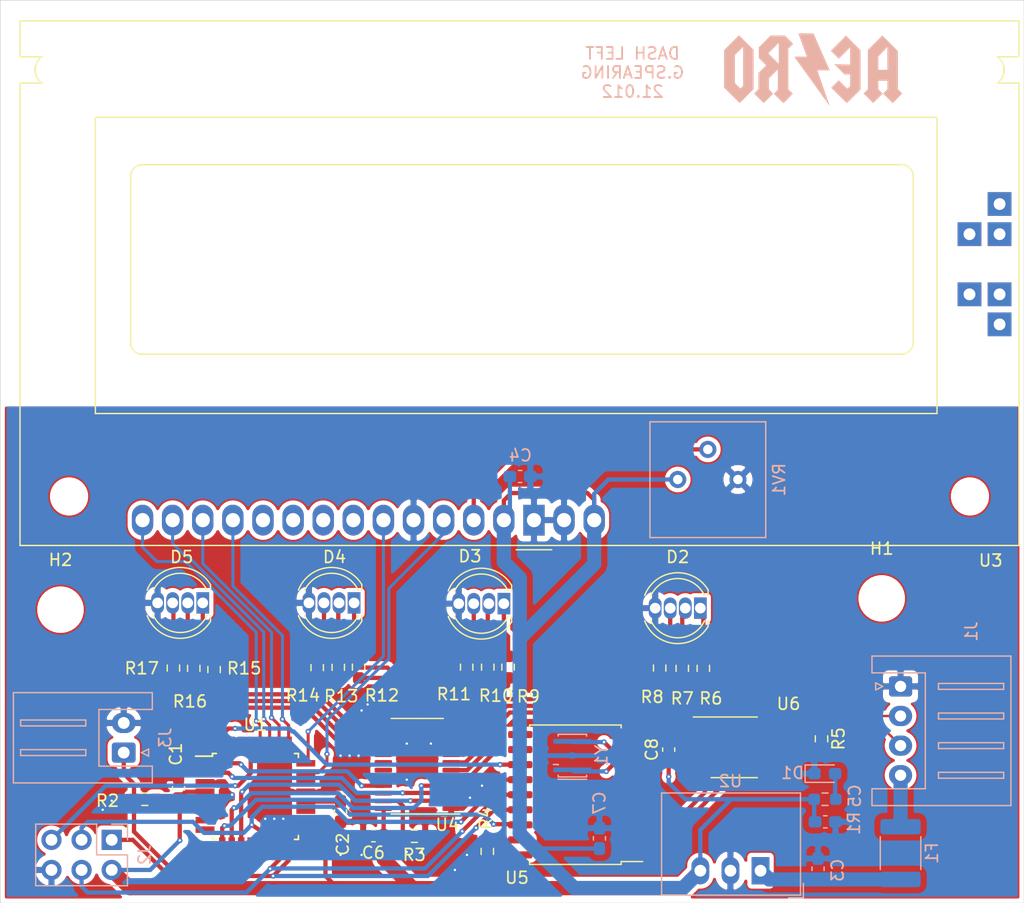
<source format=kicad_pcb>
(kicad_pcb (version 20171130) (host pcbnew 5.1.7-a382d34a8~88~ubuntu18.04.1)
  (layers (0 F.Cu signal) (31 B.Cu signal) (34 B.Paste user) (35 F.Paste user) (36 B.SilkS user) (37 F.SilkS user) (38 B.Mask user) (39 F.Mask user) (44 Edge.Cuts user))
  (net 0 "")
  (net 1 GND)
  (net 2 +5V)
  (net 3 "Net-(C2-Pad1)")
  (net 4 "Net-(C3-Pad1)")
  (net 5 "Net-(D1-Pad2)")
  (net 6 /TEMP_IND1B)
  (net 7 /TEMP_IND1G)
  (net 8 /TEMP_IND1R)
  (net 9 /TEMP_IND2B)
  (net 10 /TEMP_IND2G)
  (net 11 /TEMP_IND2R)
  (net 12 /TEMP_IND3B)
  (net 13 /TEMP_IND3G)
  (net 14 /TEMP_IND3R)
  (net 15 /BATT_B)
  (net 16 /BATT_G)
  (net 17 /BATT_R)
  (net 18 +12V)
  (net 19 /RESET)
  (net 20 /MOSI)
  (net 21 /SCK)
  (net 22 /MISO)
  (net 23 /LCD_BTN)
  (net 24 "Net-(R3-Pad1)")
  (net 25 "Net-(R4-Pad2)")
  (net 26 "Net-(RV1-Pad2)")
  (net 27 /CAN_INT)
  (net 28 /LCD_D7)
  (net 29 /LCD_D6)
  (net 30 /LCD_D5)
  (net 31 /LCD_D4)
  (net 32 /LCD_EN)
  (net 33 /LCD_RS)
  (net 34 /LED_SDI)
  (net 35 /LED_LE)
  (net 36 /CAN_CS)
  (net 37 /LED_CLK)
  (net 38 /LED_OE)
  (net 39 "Net-(U5-Pad8)")
  (net 40 "Net-(U5-Pad7)")
  (net 41 /CAN_Interface/RXCAN)
  (net 42 /CAN_Interface/TXCAN)
  (net 43 "Net-(D2-Pad3)")
  (net 44 "Net-(D2-Pad2)")
  (net 45 "Net-(D2-Pad1)")
  (net 46 "Net-(D3-Pad3)")
  (net 47 "Net-(D3-Pad2)")
  (net 48 "Net-(D3-Pad1)")
  (net 49 "Net-(D4-Pad3)")
  (net 50 "Net-(D4-Pad2)")
  (net 51 "Net-(D4-Pad1)")
  (net 52 "Net-(D5-Pad3)")
  (net 53 "Net-(D5-Pad2)")
  (net 54 "Net-(D5-Pad1)")
  (net 55 /CAN-)
  (net 56 /CAN+)
  (module AERO_CUSTOM:AERO_Logo_15x6mm (layer B.Cu) (at 176.53 46.482 180)
    (fp_text reference G*** hide)
    (fp_text value LOGO hide)
  )
  (module Capacitor_SMD:C_0603_1608Metric_Pad1.08x0.95mm_HandSolder (layer F.Cu) (at 139.42458 111.15802 180)
    (fp_text reference C6 (at 0 -1.43) (layer F.SilkS))
    (fp_text value 0.1u)
    (pad 2 smd roundrect (at 0.8625 0 180) (size 1.075 0.95) (layers F.Cu F.Paste F.Mask) (net 1 GND))
    (pad 1 smd roundrect (at -0.8625 0 180) (size 1.075 0.95) (layers F.Cu F.Paste F.Mask) (net 2 +5V))
  )
  (module Resistor_SMD:R_0603_1608Metric_Pad0.98x0.95mm_HandSolder (layer F.Cu) (at 122.555 97.0045 270)
    (fp_text reference R17 (at 0.0235 2.667 180) (layer F.SilkS))
    (fp_text value 330)
    (pad 2 smd roundrect (at 0.9125 0 270) (size 0.975 0.95) (layers F.Cu F.Paste F.Mask) (net 15 /BATT_B))
    (pad 1 smd roundrect (at -0.9125 0 270) (size 0.975 0.95) (layers F.Cu F.Paste F.Mask) (net 52 "Net-(D5-Pad3)"))
  )
  (module Resistor_SMD:R_0603_1608Metric_Pad0.98x0.95mm_HandSolder (layer F.Cu) (at 124.2695 97.028 270)
    (fp_text reference R16 (at 2.794 0.3175 180) (layer F.SilkS))
    (fp_text value 330)
    (pad 2 smd roundrect (at 0.9125 0 270) (size 0.975 0.95) (layers F.Cu F.Paste F.Mask) (net 16 /BATT_G))
    (pad 1 smd roundrect (at -0.9125 0 270) (size 0.975 0.95) (layers F.Cu F.Paste F.Mask) (net 53 "Net-(D5-Pad2)"))
  )
  (module Resistor_SMD:R_0603_1608Metric_Pad0.98x0.95mm_HandSolder (layer F.Cu) (at 125.984 97.1315 270)
    (fp_text reference R15 (at -0.1035 -2.54 180) (layer F.SilkS))
    (fp_text value 330)
    (pad 2 smd roundrect (at 0.9125 0 270) (size 0.975 0.95) (layers F.Cu F.Paste F.Mask) (net 17 /BATT_R))
    (pad 1 smd roundrect (at -0.9125 0 270) (size 0.975 0.95) (layers F.Cu F.Paste F.Mask) (net 54 "Net-(D5-Pad1)"))
  )
  (module Resistor_SMD:R_0603_1608Metric_Pad0.98x0.95mm_HandSolder (layer F.Cu) (at 134.6835 96.9645 270)
    (fp_text reference R14 (at 2.3495 1.2065 180) (layer F.SilkS))
    (fp_text value 330)
    (pad 2 smd roundrect (at 0.9125 0 270) (size 0.975 0.95) (layers F.Cu F.Paste F.Mask) (net 12 /TEMP_IND3B))
    (pad 1 smd roundrect (at -0.9125 0 270) (size 0.975 0.95) (layers F.Cu F.Paste F.Mask) (net 49 "Net-(D4-Pad3)"))
  )
  (module Resistor_SMD:R_0603_1608Metric_Pad0.98x0.95mm_HandSolder (layer F.Cu) (at 136.4615 96.941 270)
    (fp_text reference R13 (at 2.4365 -0.254 180) (layer F.SilkS))
    (fp_text value 330)
    (pad 2 smd roundrect (at 0.9125 0 270) (size 0.975 0.95) (layers F.Cu F.Paste F.Mask) (net 13 /TEMP_IND3G))
    (pad 1 smd roundrect (at -0.9125 0 270) (size 0.975 0.95) (layers F.Cu F.Paste F.Mask) (net 50 "Net-(D4-Pad2)"))
  )
  (module Resistor_SMD:R_0603_1608Metric_Pad0.98x0.95mm_HandSolder (layer F.Cu) (at 138.176 96.9245 270)
    (fp_text reference R12 (at 2.3895 -1.9685 180) (layer F.SilkS))
    (fp_text value 330)
    (pad 2 smd roundrect (at 0.9125 0 270) (size 0.975 0.95) (layers F.Cu F.Paste F.Mask) (net 14 /TEMP_IND3R))
    (pad 1 smd roundrect (at -0.9125 0 270) (size 0.975 0.95) (layers F.Cu F.Paste F.Mask) (net 51 "Net-(D4-Pad1)"))
  )
  (module Resistor_SMD:R_0603_1608Metric_Pad0.98x0.95mm_HandSolder (layer F.Cu) (at 147.2946 96.9264 270)
    (fp_text reference R11 (at 2.286 1.0795 180) (layer F.SilkS))
    (fp_text value 330)
    (pad 2 smd roundrect (at 0.9125 0 270) (size 0.975 0.95) (layers F.Cu F.Paste F.Mask) (net 9 /TEMP_IND2B))
    (pad 1 smd roundrect (at -0.9125 0 270) (size 0.975 0.95) (layers F.Cu F.Paste F.Mask) (net 46 "Net-(D3-Pad3)"))
  )
  (module Resistor_SMD:R_0603_1608Metric_Pad0.98x0.95mm_HandSolder (layer F.Cu) (at 149.0726 96.9264 270)
    (fp_text reference R10 (at 2.413 -0.6985 180) (layer F.SilkS))
    (fp_text value 330)
    (pad 2 smd roundrect (at 0.9125 0 270) (size 0.975 0.95) (layers F.Cu F.Paste F.Mask) (net 10 /TEMP_IND2G))
    (pad 1 smd roundrect (at -0.9125 0 270) (size 0.975 0.95) (layers F.Cu F.Paste F.Mask) (net 47 "Net-(D3-Pad2)"))
  )
  (module Resistor_SMD:R_0603_1608Metric_Pad0.98x0.95mm_HandSolder (layer F.Cu) (at 150.7871 96.9264 270)
    (fp_text reference R9 (at 2.4765 -1.7145 180) (layer F.SilkS))
    (fp_text value 330)
    (pad 2 smd roundrect (at 0.9125 0 270) (size 0.975 0.95) (layers F.Cu F.Paste F.Mask) (net 11 /TEMP_IND2R))
    (pad 1 smd roundrect (at -0.9125 0 270) (size 0.975 0.95) (layers F.Cu F.Paste F.Mask) (net 48 "Net-(D3-Pad1)"))
  )
  (module Resistor_SMD:R_0603_1608Metric_Pad0.98x0.95mm_HandSolder (layer F.Cu) (at 163.576 97.0045 270)
    (fp_text reference R8 (at 2.4365 0.635 180) (layer F.SilkS))
    (fp_text value 330)
    (pad 2 smd roundrect (at 0.9125 0 270) (size 0.975 0.95) (layers F.Cu F.Paste F.Mask) (net 6 /TEMP_IND1B))
    (pad 1 smd roundrect (at -0.9125 0 270) (size 0.975 0.95) (layers F.Cu F.Paste F.Mask) (net 43 "Net-(D2-Pad3)"))
  )
  (module Resistor_SMD:R_0603_1608Metric_Pad0.98x0.95mm_HandSolder (layer F.Cu) (at 165.481 97.028 270)
    (fp_text reference R7 (at 2.54 0 180) (layer F.SilkS))
    (fp_text value 330)
    (pad 2 smd roundrect (at 0.9125 0 270) (size 0.975 0.95) (layers F.Cu F.Paste F.Mask) (net 7 /TEMP_IND1G))
    (pad 1 smd roundrect (at -0.9125 0 270) (size 0.975 0.95) (layers F.Cu F.Paste F.Mask) (net 44 "Net-(D2-Pad2)"))
  )
  (module Resistor_SMD:R_0603_1608Metric_Pad0.98x0.95mm_HandSolder (layer F.Cu) (at 167.259 97.028 270)
    (fp_text reference R6 (at 2.54 -0.635 180) (layer F.SilkS))
    (fp_text value 330)
    (pad 2 smd roundrect (at 0.9125 0 270) (size 0.975 0.95) (layers F.Cu F.Paste F.Mask) (net 8 /TEMP_IND1R))
    (pad 1 smd roundrect (at -0.9125 0 270) (size 0.975 0.95) (layers F.Cu F.Paste F.Mask) (net 45 "Net-(D2-Pad1)"))
  )
  (module AERO_CUSTOM:Resonator_SMD_muRata_CSTxExxV-3Pin_3.0x1.1mm_HandSoldering (layer B.Cu) (at 156.21 104.394 90)
    (fp_text reference Y1 (at 0 2.45 270) (layer B.SilkS) (effects (justify mirror)))
    (fp_text value 16MHz)
    (pad 3 smd rect (at 1.2 0 90) (size 0.4 3.2) (layers B.Cu B.Paste B.Mask) (net 39 "Net-(U5-Pad8)"))
    (pad 2 smd rect (at 0 0 90) (size 0.4 3.2) (layers B.Cu B.Paste B.Mask) (net 1 GND))
    (pad 1 smd rect (at -1.2 0 90) (size 0.4 3.2) (layers B.Cu B.Paste B.Mask) (net 40 "Net-(U5-Pad7)"))
  )
  (module Package_SO:SOIC-8_3.9x4.9mm_P1.27mm (layer F.Cu) (at 169.8625 103.6955)
    (fp_text reference U6 (at 4.5847 -3.6703 180) (layer F.SilkS))
    (fp_text value MCP2551-I-SN)
    (pad 8 smd roundrect (at 2.475 -1.905) (size 1.95 0.6) (layers F.Cu F.Paste F.Mask) (net 1 GND))
    (pad 7 smd roundrect (at 2.475 -0.635) (size 1.95 0.6) (layers F.Cu F.Paste F.Mask) (net 56 /CAN+))
    (pad 6 smd roundrect (at 2.475 0.635) (size 1.95 0.6) (layers F.Cu F.Paste F.Mask) (net 55 /CAN-))
    (pad 5 smd roundrect (at 2.475 1.905) (size 1.95 0.6) (layers F.Cu F.Paste F.Mask))
    (pad 4 smd roundrect (at -2.475 1.905) (size 1.95 0.6) (layers F.Cu F.Paste F.Mask) (net 41 /CAN_Interface/RXCAN))
    (pad 3 smd roundrect (at -2.475 0.635) (size 1.95 0.6) (layers F.Cu F.Paste F.Mask) (net 2 +5V))
    (pad 2 smd roundrect (at -2.475 -0.635) (size 1.95 0.6) (layers F.Cu F.Paste F.Mask) (net 1 GND))
    (pad 1 smd roundrect (at -2.475 -1.905) (size 1.95 0.6) (layers F.Cu F.Paste F.Mask) (net 42 /CAN_Interface/TXCAN))
  )
  (module Package_SO:SOIC-18W_7.5x11.6mm_P1.27mm (layer F.Cu) (at 156.464 107.696 180)
    (fp_text reference U5 (at 4.9276 -7.0104) (layer F.SilkS))
    (fp_text value MCP2515-xSO)
    (pad 18 smd roundrect (at 4.65 -5.08 180) (size 2.05 0.6) (layers F.Cu F.Paste F.Mask) (net 2 +5V))
    (pad 17 smd roundrect (at 4.65 -3.81 180) (size 2.05 0.6) (layers F.Cu F.Paste F.Mask) (net 25 "Net-(R4-Pad2)"))
    (pad 16 smd roundrect (at 4.65 -2.54 180) (size 2.05 0.6) (layers F.Cu F.Paste F.Mask) (net 36 /CAN_CS))
    (pad 15 smd roundrect (at 4.65 -1.27 180) (size 2.05 0.6) (layers F.Cu F.Paste F.Mask) (net 22 /MISO))
    (pad 14 smd roundrect (at 4.65 0 180) (size 2.05 0.6) (layers F.Cu F.Paste F.Mask) (net 20 /MOSI))
    (pad 13 smd roundrect (at 4.65 1.27 180) (size 2.05 0.6) (layers F.Cu F.Paste F.Mask) (net 21 /SCK))
    (pad 12 smd roundrect (at 4.65 2.54 180) (size 2.05 0.6) (layers F.Cu F.Paste F.Mask) (net 27 /CAN_INT))
    (pad 11 smd roundrect (at 4.65 3.81 180) (size 2.05 0.6) (layers F.Cu F.Paste F.Mask))
    (pad 10 smd roundrect (at 4.65 5.08 180) (size 2.05 0.6) (layers F.Cu F.Paste F.Mask))
    (pad 9 smd roundrect (at -4.65 5.08 180) (size 2.05 0.6) (layers F.Cu F.Paste F.Mask) (net 1 GND))
    (pad 8 smd roundrect (at -4.65 3.81 180) (size 2.05 0.6) (layers F.Cu F.Paste F.Mask) (net 39 "Net-(U5-Pad8)"))
    (pad 7 smd roundrect (at -4.65 2.54 180) (size 2.05 0.6) (layers F.Cu F.Paste F.Mask) (net 40 "Net-(U5-Pad7)"))
    (pad 6 smd roundrect (at -4.65 1.27 180) (size 2.05 0.6) (layers F.Cu F.Paste F.Mask))
    (pad 5 smd roundrect (at -4.65 0 180) (size 2.05 0.6) (layers F.Cu F.Paste F.Mask))
    (pad 4 smd roundrect (at -4.65 -1.27 180) (size 2.05 0.6) (layers F.Cu F.Paste F.Mask))
    (pad 3 smd roundrect (at -4.65 -2.54 180) (size 2.05 0.6) (layers F.Cu F.Paste F.Mask))
    (pad 2 smd roundrect (at -4.65 -3.81 180) (size 2.05 0.6) (layers F.Cu F.Paste F.Mask) (net 41 /CAN_Interface/RXCAN))
    (pad 1 smd roundrect (at -4.65 -5.08 180) (size 2.05 0.6) (layers F.Cu F.Paste F.Mask) (net 42 /CAN_Interface/TXCAN))
  )
  (module Package_SO:TSSOP-24_4.4x7.8mm_P0.65mm (layer F.Cu) (at 143.124 105.294 180)
    (fp_text reference U4 (at -2.545 -4.942) (layer F.SilkS))
    (fp_text value STP16CP05)
    (pad 24 smd roundrect (at 2.8625 -3.575 180) (size 1.475 0.4) (layers F.Cu F.Paste F.Mask) (net 2 +5V))
    (pad 23 smd roundrect (at 2.8625 -2.925 180) (size 1.475 0.4) (layers F.Cu F.Paste F.Mask) (net 24 "Net-(R3-Pad1)"))
    (pad 22 smd roundrect (at 2.8625 -2.275 180) (size 1.475 0.4) (layers F.Cu F.Paste F.Mask))
    (pad 21 smd roundrect (at 2.8625 -1.625 180) (size 1.475 0.4) (layers F.Cu F.Paste F.Mask) (net 38 /LED_OE))
    (pad 20 smd roundrect (at 2.8625 -0.975 180) (size 1.475 0.4) (layers F.Cu F.Paste F.Mask))
    (pad 19 smd roundrect (at 2.8625 -0.325 180) (size 1.475 0.4) (layers F.Cu F.Paste F.Mask))
    (pad 18 smd roundrect (at 2.8625 0.325 180) (size 1.475 0.4) (layers F.Cu F.Paste F.Mask))
    (pad 17 smd roundrect (at 2.8625 0.975 180) (size 1.475 0.4) (layers F.Cu F.Paste F.Mask))
    (pad 16 smd roundrect (at 2.8625 1.625 180) (size 1.475 0.4) (layers F.Cu F.Paste F.Mask) (net 15 /BATT_B))
    (pad 15 smd roundrect (at 2.8625 2.275 180) (size 1.475 0.4) (layers F.Cu F.Paste F.Mask) (net 16 /BATT_G))
    (pad 14 smd roundrect (at 2.8625 2.925 180) (size 1.475 0.4) (layers F.Cu F.Paste F.Mask) (net 17 /BATT_R))
    (pad 13 smd roundrect (at 2.8625 3.575 180) (size 1.475 0.4) (layers F.Cu F.Paste F.Mask) (net 12 /TEMP_IND3B))
    (pad 12 smd roundrect (at -2.8625 3.575 180) (size 1.475 0.4) (layers F.Cu F.Paste F.Mask) (net 13 /TEMP_IND3G))
    (pad 11 smd roundrect (at -2.8625 2.925 180) (size 1.475 0.4) (layers F.Cu F.Paste F.Mask) (net 14 /TEMP_IND3R))
    (pad 10 smd roundrect (at -2.8625 2.275 180) (size 1.475 0.4) (layers F.Cu F.Paste F.Mask) (net 9 /TEMP_IND2B))
    (pad 9 smd roundrect (at -2.8625 1.625 180) (size 1.475 0.4) (layers F.Cu F.Paste F.Mask) (net 10 /TEMP_IND2G))
    (pad 8 smd roundrect (at -2.8625 0.975 180) (size 1.475 0.4) (layers F.Cu F.Paste F.Mask) (net 11 /TEMP_IND2R))
    (pad 7 smd roundrect (at -2.8625 0.325 180) (size 1.475 0.4) (layers F.Cu F.Paste F.Mask) (net 6 /TEMP_IND1B))
    (pad 6 smd roundrect (at -2.8625 -0.325 180) (size 1.475 0.4) (layers F.Cu F.Paste F.Mask) (net 7 /TEMP_IND1G))
    (pad 5 smd roundrect (at -2.8625 -0.975 180) (size 1.475 0.4) (layers F.Cu F.Paste F.Mask) (net 8 /TEMP_IND1R))
    (pad 4 smd roundrect (at -2.8625 -1.625 180) (size 1.475 0.4) (layers F.Cu F.Paste F.Mask) (net 35 /LED_LE))
    (pad 3 smd roundrect (at -2.8625 -2.275 180) (size 1.475 0.4) (layers F.Cu F.Paste F.Mask) (net 37 /LED_CLK))
    (pad 2 smd roundrect (at -2.8625 -2.925 180) (size 1.475 0.4) (layers F.Cu F.Paste F.Mask) (net 34 /LED_SDI))
    (pad 1 smd roundrect (at -2.8625 -3.575 180) (size 1.475 0.4) (layers F.Cu F.Paste F.Mask) (net 1 GND))
  )
  (module Display:RC1602A (layer F.Cu) (at 152.9715 84.5185 180)
    (fp_text reference U3 (at -38.53 -3.41 180) (layer F.SilkS))
    (fp_text value RC1602A)
    (pad K1 thru_hole rect (at -39.28 16.52) (size 2 2) (drill 1) (layers *.Cu *.Mask))
    (pad K1 thru_hole rect (at -39.28 19.06) (size 2 2) (drill 1) (layers *.Cu *.Mask))
    (pad K1 thru_hole rect (at -36.74 19.06) (size 2 2) (drill 1) (layers *.Cu *.Mask))
    (pad A1 thru_hole rect (at -36.74 24.14) (size 2 2) (drill 1) (layers *.Cu *.Mask))
    (pad A1 thru_hole rect (at -39.28 24.14) (size 2 2) (drill 1) (layers *.Cu *.Mask))
    (pad A1 thru_hole rect (at -39.28 26.68) (size 2 2) (drill 1) (layers *.Cu *.Mask))
    (pad "" np_thru_hole circle (at -36.78 2) (size 2.5 2.5) (drill 2.5) (layers *.Cu *.Mask))
    (pad "" np_thru_hole circle (at -38.28 38) (size 2.5 2.5) (drill 2.5) (layers *.Cu *.Mask))
    (pad "" np_thru_hole circle (at 40.72 38) (size 2.5 2.5) (drill 2.5) (layers *.Cu *.Mask))
    (pad "" np_thru_hole circle (at 39.22 2) (size 2.5 2.5) (drill 2.5) (layers *.Cu *.Mask))
    (pad 16 thru_hole oval (at -2.53492 0.00254) (size 1.8 2.6) (drill 1.2) (layers *.Cu *.Mask) (net 1 GND))
    (pad 15 thru_hole oval (at -5.08 0) (size 1.8 2.6) (drill 1.2) (layers *.Cu *.Mask) (net 2 +5V))
    (pad 14 thru_hole oval (at 33.02 0) (size 1.8 2.6) (drill 1.2) (layers *.Cu *.Mask) (net 28 /LCD_D7))
    (pad 13 thru_hole oval (at 30.48508 0.00254) (size 1.8 2.6) (drill 1.2) (layers *.Cu *.Mask) (net 29 /LCD_D6))
    (pad 12 thru_hole oval (at 27.94 0) (size 1.8 2.6) (drill 1.2) (layers *.Cu *.Mask) (net 30 /LCD_D5))
    (pad 11 thru_hole oval (at 25.4 0) (size 1.8 2.6) (drill 1.2) (layers *.Cu *.Mask) (net 31 /LCD_D4))
    (pad 10 thru_hole oval (at 22.86 0) (size 1.8 2.6) (drill 1.2) (layers *.Cu *.Mask))
    (pad 9 thru_hole oval (at 20.32 0) (size 1.8 2.6) (drill 1.2) (layers *.Cu *.Mask))
    (pad 8 thru_hole oval (at 17.78 0) (size 1.8 2.6) (drill 1.2) (layers *.Cu *.Mask))
    (pad 7 thru_hole oval (at 15.24 0) (size 1.8 2.6) (drill 1.2) (layers *.Cu *.Mask))
    (pad 6 thru_hole oval (at 12.7 0) (size 1.8 2.6) (drill 1.2) (layers *.Cu *.Mask) (net 32 /LCD_EN))
    (pad 5 thru_hole oval (at 10.16 0) (size 1.8 2.6) (drill 1.2) (layers *.Cu *.Mask) (net 1 GND))
    (pad 4 thru_hole oval (at 7.62 0) (size 1.8 2.6) (drill 1.2) (layers *.Cu *.Mask) (net 33 /LCD_RS))
    (pad 3 thru_hole oval (at 5.08 0) (size 1.8 2.6) (drill 1.2) (layers *.Cu *.Mask) (net 26 "Net-(RV1-Pad2)"))
    (pad 2 thru_hole oval (at 2.54 0) (size 1.8 2.6) (drill 1.2) (layers *.Cu *.Mask) (net 2 +5V))
    (pad 1 thru_hole rect (at 0 0) (size 1.8 2.6) (drill 1.2) (layers *.Cu *.Mask) (net 1 GND))
  )
  (module Converter_DCDC:Converter_DCDC_RECOM_R-78E-0.5_THT (layer B.Cu) (at 172.085 114.1095 180)
    (fp_text reference U2 (at 2.54 7.56) (layer B.SilkS) (effects (justify mirror)))
    (fp_text value R-785.0-1.0)
    (pad 3 thru_hole oval (at 5.08 0 180) (size 1.5 2.3) (drill 1) (layers *.Cu *.Mask) (net 2 +5V))
    (pad 2 thru_hole oval (at 2.54 0 180) (size 1.5 2.3) (drill 1) (layers *.Cu *.Mask) (net 1 GND))
    (pad 1 thru_hole rect (at 0 0 180) (size 1.5 2.3) (drill 1) (layers *.Cu *.Mask) (net 4 "Net-(C3-Pad1)"))
  )
  (module Package_QFP:TQFP-32_7x7mm_P0.8mm (layer F.Cu) (at 129.472 107.842)
    (fp_text reference U1 (at 0 -6.05) (layer F.SilkS))
    (fp_text value ATmega328P-AU)
    (pad 32 smd rect (at -2.8 -4.25 90) (size 1.6 0.55) (layers F.Cu F.Paste F.Mask) (net 27 /CAN_INT))
    (pad 31 smd rect (at -2 -4.25 90) (size 1.6 0.55) (layers F.Cu F.Paste F.Mask))
    (pad 30 smd rect (at -1.2 -4.25 90) (size 1.6 0.55) (layers F.Cu F.Paste F.Mask))
    (pad 29 smd rect (at -0.4 -4.25 90) (size 1.6 0.55) (layers F.Cu F.Paste F.Mask) (net 19 /RESET))
    (pad 28 smd rect (at 0.4 -4.25 90) (size 1.6 0.55) (layers F.Cu F.Paste F.Mask) (net 28 /LCD_D7))
    (pad 27 smd rect (at 1.2 -4.25 90) (size 1.6 0.55) (layers F.Cu F.Paste F.Mask) (net 29 /LCD_D6))
    (pad 26 smd rect (at 2 -4.25 90) (size 1.6 0.55) (layers F.Cu F.Paste F.Mask) (net 30 /LCD_D5))
    (pad 25 smd rect (at 2.8 -4.25 90) (size 1.6 0.55) (layers F.Cu F.Paste F.Mask) (net 31 /LCD_D4))
    (pad 24 smd rect (at 4.25 -2.8) (size 1.6 0.55) (layers F.Cu F.Paste F.Mask) (net 32 /LCD_EN))
    (pad 23 smd rect (at 4.25 -2) (size 1.6 0.55) (layers F.Cu F.Paste F.Mask) (net 33 /LCD_RS))
    (pad 22 smd rect (at 4.25 -1.2) (size 1.6 0.55) (layers F.Cu F.Paste F.Mask))
    (pad 21 smd rect (at 4.25 -0.4) (size 1.6 0.55) (layers F.Cu F.Paste F.Mask) (net 1 GND))
    (pad 20 smd rect (at 4.25 0.4) (size 1.6 0.55) (layers F.Cu F.Paste F.Mask) (net 3 "Net-(C2-Pad1)"))
    (pad 19 smd rect (at 4.25 1.2) (size 1.6 0.55) (layers F.Cu F.Paste F.Mask))
    (pad 18 smd rect (at 4.25 2) (size 1.6 0.55) (layers F.Cu F.Paste F.Mask) (net 2 +5V))
    (pad 17 smd rect (at 4.25 2.8) (size 1.6 0.55) (layers F.Cu F.Paste F.Mask) (net 21 /SCK))
    (pad 16 smd rect (at 2.8 4.25 90) (size 1.6 0.55) (layers F.Cu F.Paste F.Mask) (net 22 /MISO))
    (pad 15 smd rect (at 2 4.25 90) (size 1.6 0.55) (layers F.Cu F.Paste F.Mask) (net 20 /MOSI))
    (pad 14 smd rect (at 1.2 4.25 90) (size 1.6 0.55) (layers F.Cu F.Paste F.Mask))
    (pad 13 smd rect (at 0.4 4.25 90) (size 1.6 0.55) (layers F.Cu F.Paste F.Mask))
    (pad 12 smd rect (at -0.4 4.25 90) (size 1.6 0.55) (layers F.Cu F.Paste F.Mask) (net 23 /LCD_BTN))
    (pad 11 smd rect (at -1.2 4.25 90) (size 1.6 0.55) (layers F.Cu F.Paste F.Mask) (net 34 /LED_SDI))
    (pad 10 smd rect (at -2 4.25 90) (size 1.6 0.55) (layers F.Cu F.Paste F.Mask) (net 35 /LED_LE))
    (pad 9 smd rect (at -2.8 4.25 90) (size 1.6 0.55) (layers F.Cu F.Paste F.Mask) (net 36 /CAN_CS))
    (pad 8 smd rect (at -4.25 2.8) (size 1.6 0.55) (layers F.Cu F.Paste F.Mask))
    (pad 7 smd rect (at -4.25 2) (size 1.6 0.55) (layers F.Cu F.Paste F.Mask))
    (pad 6 smd rect (at -4.25 1.2) (size 1.6 0.55) (layers F.Cu F.Paste F.Mask) (net 2 +5V))
    (pad 5 smd rect (at -4.25 0.4) (size 1.6 0.55) (layers F.Cu F.Paste F.Mask) (net 1 GND))
    (pad 4 smd rect (at -4.25 -0.4) (size 1.6 0.55) (layers F.Cu F.Paste F.Mask) (net 2 +5V))
    (pad 3 smd rect (at -4.25 -1.2) (size 1.6 0.55) (layers F.Cu F.Paste F.Mask) (net 1 GND))
    (pad 2 smd rect (at -4.25 -2) (size 1.6 0.55) (layers F.Cu F.Paste F.Mask) (net 37 /LED_CLK))
    (pad 1 smd rect (at -4.25 -2.8) (size 1.6 0.55) (layers F.Cu F.Paste F.Mask) (net 38 /LED_OE))
  )
  (module Potentiometer_THT:Potentiometer_Bourns_3386P_Vertical (layer B.Cu) (at 165.1 81.0895 90)
    (fp_text reference RV1 (at -0.015 8.555 90) (layer B.SilkS) (effects (justify mirror)))
    (fp_text value "10K TRIM")
    (pad 1 thru_hole circle (at 0 0 90) (size 1.44 1.44) (drill 0.8) (layers *.Cu *.Mask) (net 2 +5V))
    (pad 2 thru_hole circle (at 2.54 2.54 90) (size 1.44 1.44) (drill 0.8) (layers *.Cu *.Mask) (net 26 "Net-(RV1-Pad2)"))
    (pad 3 thru_hole circle (at 0 5.08 90) (size 1.44 1.44) (drill 0.8) (layers *.Cu *.Mask) (net 1 GND))
  )
  (module Resistor_SMD:R_0603_1608Metric_Pad0.98x0.95mm_HandSolder (layer F.Cu) (at 177.2285 102.9735 270)
    (fp_text reference R5 (at 0 -1.43 90) (layer F.SilkS))
    (fp_text value 120)
    (pad 2 smd roundrect (at 0.9125 0 270) (size 0.975 0.95) (layers F.Cu F.Paste F.Mask) (net 55 /CAN-))
    (pad 1 smd roundrect (at -0.9125 0 270) (size 0.975 0.95) (layers F.Cu F.Paste F.Mask) (net 56 /CAN+))
  )
  (module Resistor_SMD:R_0603_1608Metric_Pad0.98x0.95mm_HandSolder (layer F.Cu) (at 149.0345 112.482 90)
    (fp_text reference R4 (at 2.794 -0.127 270) (layer F.SilkS))
    (fp_text value 10K)
    (pad 2 smd roundrect (at 0.9125 0 90) (size 0.975 0.95) (layers F.Cu F.Paste F.Mask) (net 25 "Net-(R4-Pad2)"))
    (pad 1 smd roundrect (at -0.9125 0 90) (size 0.975 0.95) (layers F.Cu F.Paste F.Mask) (net 2 +5V))
  )
  (module Resistor_SMD:R_0603_1608Metric_Pad0.98x0.95mm_HandSolder (layer F.Cu) (at 142.88008 111.19612)
    (fp_text reference R3 (at -0.00508 1.57988) (layer F.SilkS))
    (fp_text value 1K)
    (pad 2 smd roundrect (at 0.9125 0) (size 0.975 0.95) (layers F.Cu F.Paste F.Mask) (net 1 GND))
    (pad 1 smd roundrect (at -0.9125 0) (size 0.975 0.95) (layers F.Cu F.Paste F.Mask) (net 24 "Net-(R3-Pad1)"))
  )
  (module Resistor_SMD:R_0603_1608Metric_Pad0.98x0.95mm_HandSolder (layer F.Cu) (at 120.142 108.077 180)
    (fp_text reference R2 (at 3.14516 -0.127) (layer F.SilkS))
    (fp_text value 10K)
    (pad 2 smd roundrect (at 0.9125 0 180) (size 0.975 0.95) (layers F.Cu F.Paste F.Mask) (net 23 /LCD_BTN))
    (pad 1 smd roundrect (at -0.9125 0 180) (size 0.975 0.95) (layers F.Cu F.Paste F.Mask) (net 2 +5V))
  )
  (module Resistor_SMD:R_0603_1608Metric_Pad0.98x0.95mm_HandSolder (layer B.Cu) (at 177.5225 108.077 180)
    (fp_text reference R1 (at -2.4365 -2.032 90) (layer B.SilkS) (effects (justify mirror)))
    (fp_text value 330)
    (pad 2 smd roundrect (at 0.9125 0 180) (size 0.975 0.95) (layers B.Cu B.Paste B.Mask) (net 2 +5V))
    (pad 1 smd roundrect (at -0.9125 0 180) (size 0.975 0.95) (layers B.Cu B.Paste B.Mask) (net 5 "Net-(D1-Pad2)"))
  )
  (module Connector_JST:JST_XH_S2B-XH-A_1x02_P2.50mm_Horizontal (layer B.Cu) (at 118.364 104.14 90)
    (fp_text reference J3 (at 1.25 3.5 90) (layer B.SilkS) (effects (justify mirror)))
    (fp_text value Conn_01x02)
    (pad 2 thru_hole oval (at 2.5 0 90) (size 1.7 2) (drill 1) (layers *.Cu *.Mask) (net 1 GND))
    (pad 1 thru_hole roundrect (at 0 0 90) (size 1.7 2) (drill 1) (layers *.Cu *.Mask) (roundrect_rratio 0.1470588235294118) (net 23 /LCD_BTN))
  )
  (module Connector_PinSocket_2.54mm:PinSocket_2x03_P2.54mm_Vertical (layer B.Cu) (at 117.348 111.506 90)
    (fp_text reference J2 (at -1.27 2.77 270) (layer B.SilkS) (effects (justify mirror)))
    (fp_text value Conn_02x03_Odd_Even)
    (pad 6 thru_hole oval (at -2.54 -5.08 90) (size 1.7 1.7) (drill 1) (layers *.Cu *.Mask) (net 1 GND))
    (pad 5 thru_hole oval (at 0 -5.08 90) (size 1.7 1.7) (drill 1) (layers *.Cu *.Mask) (net 19 /RESET))
    (pad 4 thru_hole oval (at -2.54 -2.54 90) (size 1.7 1.7) (drill 1) (layers *.Cu *.Mask) (net 20 /MOSI))
    (pad 3 thru_hole oval (at 0 -2.54 90) (size 1.7 1.7) (drill 1) (layers *.Cu *.Mask) (net 21 /SCK))
    (pad 2 thru_hole oval (at -2.54 0 90) (size 1.7 1.7) (drill 1) (layers *.Cu *.Mask) (net 2 +5V))
    (pad 1 thru_hole rect (at 0 0 90) (size 1.7 1.7) (drill 1) (layers *.Cu *.Mask) (net 22 /MISO))
  )
  (module Connector_JST:JST_XH_S4B-XH-A_1x04_P2.50mm_Horizontal (layer B.Cu) (at 183.896 98.552 270)
    (fp_text reference J1 (at -4.6355 -5.969 270) (layer B.SilkS) (effects (justify mirror)))
    (fp_text value Conn_01x04)
    (pad 4 thru_hole oval (at 7.5 0 270) (size 1.7 1.95) (drill 0.95) (layers *.Cu *.Mask) (net 18 +12V))
    (pad 3 thru_hole oval (at 5 0 270) (size 1.7 1.95) (drill 0.95) (layers *.Cu *.Mask) (net 55 /CAN-))
    (pad 2 thru_hole oval (at 2.5 0 270) (size 1.7 1.95) (drill 0.95) (layers *.Cu *.Mask) (net 56 /CAN+))
    (pad 1 thru_hole roundrect (at 0 0 270) (size 1.7 1.95) (drill 0.95) (layers *.Cu *.Mask) (roundrect_rratio 0.1470588235294118) (net 1 GND))
  )
  (module MountingHole:MountingHole_3.2mm_M3 (layer F.Cu) (at 113.03 92.075)
    (fp_text reference H2 (at 0 -4.2) (layer F.SilkS))
    (fp_text value MountingHole)
    (pad 1 np_thru_hole circle (at 0 0) (size 3.2 3.2) (drill 3.2) (layers *.Cu *.Mask))
  )
  (module MountingHole:MountingHole_3.2mm_M3 (layer F.Cu) (at 182.3085 91.1225)
    (fp_text reference H1 (at 0 -4.2) (layer F.SilkS))
    (fp_text value MountingHole)
    (pad 1 np_thru_hole circle (at 0 0) (size 3.2 3.2) (drill 3.2) (layers *.Cu *.Mask))
  )
  (module Fuse:Fuse_1812_4532Metric_Pad1.30x3.40mm_HandSolder (layer B.Cu) (at 183.896 112.6236 90)
    (fp_text reference F1 (at 0 2.65 90) (layer B.SilkS) (effects (justify mirror)))
    (fp_text value MF-MSMF050)
    (pad 2 smd roundrect (at 2.225 0 90) (size 1.3 3.4) (layers B.Cu B.Paste B.Mask) (roundrect_rratio 0.1923076923076923) (net 18 +12V))
    (pad 1 smd roundrect (at -2.225 0 90) (size 1.3 3.4) (layers B.Cu B.Paste B.Mask) (roundrect_rratio 0.1923076923076923) (net 4 "Net-(C3-Pad1)"))
  )
  (module LED_THT:LED_D5.0mm-4_RGB (layer F.Cu) (at 125.0315 91.5035 180)
    (fp_text reference D5 (at 1.778 3.8735) (layer F.SilkS))
    (fp_text value LED_RGBA)
    (pad 4 thru_hole oval (at 3.81 0 180) (size 1.07 1.8) (drill 0.9) (layers *.Cu *.Mask) (net 1 GND))
    (pad 3 thru_hole oval (at 2.54 0 180) (size 1.07 1.8) (drill 0.9) (layers *.Cu *.Mask) (net 52 "Net-(D5-Pad3)"))
    (pad 2 thru_hole oval (at 1.27 0 180) (size 1.07 1.8) (drill 0.9) (layers *.Cu *.Mask) (net 53 "Net-(D5-Pad2)"))
    (pad 1 thru_hole rect (at 0 0 180) (size 1.07 1.8) (drill 0.9) (layers *.Cu *.Mask) (net 54 "Net-(D5-Pad1)"))
  )
  (module LED_THT:LED_D5.0mm-4_RGB (layer F.Cu) (at 137.795 91.5035 180)
    (fp_text reference D4 (at 1.651 3.8735) (layer F.SilkS))
    (fp_text value LED_RGBA)
    (pad 4 thru_hole oval (at 3.81 0 180) (size 1.07 1.8) (drill 0.9) (layers *.Cu *.Mask) (net 1 GND))
    (pad 3 thru_hole oval (at 2.54 0 180) (size 1.07 1.8) (drill 0.9) (layers *.Cu *.Mask) (net 49 "Net-(D4-Pad3)"))
    (pad 2 thru_hole oval (at 1.27 0 180) (size 1.07 1.8) (drill 0.9) (layers *.Cu *.Mask) (net 50 "Net-(D4-Pad2)"))
    (pad 1 thru_hole rect (at 0 0 180) (size 1.07 1.8) (drill 0.9) (layers *.Cu *.Mask) (net 51 "Net-(D4-Pad1)"))
  )
  (module LED_THT:LED_D5.0mm-4_RGB (layer F.Cu) (at 150.4315 91.567 180)
    (fp_text reference D3 (at 2.8575 4.0005) (layer F.SilkS))
    (fp_text value LED_RGBA)
    (pad 4 thru_hole oval (at 3.81 0 180) (size 1.07 1.8) (drill 0.9) (layers *.Cu *.Mask) (net 1 GND))
    (pad 3 thru_hole oval (at 2.54 0 180) (size 1.07 1.8) (drill 0.9) (layers *.Cu *.Mask) (net 46 "Net-(D3-Pad3)"))
    (pad 2 thru_hole oval (at 1.27 0 180) (size 1.07 1.8) (drill 0.9) (layers *.Cu *.Mask) (net 47 "Net-(D3-Pad2)"))
    (pad 1 thru_hole rect (at 0 0 180) (size 1.07 1.8) (drill 0.9) (layers *.Cu *.Mask) (net 48 "Net-(D3-Pad1)"))
  )
  (module LED_THT:LED_D5.0mm-4_RGB (layer F.Cu) (at 167.005 91.948 180)
    (fp_text reference D2 (at 1.905 4.318) (layer F.SilkS))
    (fp_text value LED_RGBA)
    (pad 4 thru_hole oval (at 3.81 0 180) (size 1.07 1.8) (drill 0.9) (layers *.Cu *.Mask) (net 1 GND))
    (pad 3 thru_hole oval (at 2.54 0 180) (size 1.07 1.8) (drill 0.9) (layers *.Cu *.Mask) (net 43 "Net-(D2-Pad3)"))
    (pad 2 thru_hole oval (at 1.27 0 180) (size 1.07 1.8) (drill 0.9) (layers *.Cu *.Mask) (net 44 "Net-(D2-Pad2)"))
    (pad 1 thru_hole rect (at 0 0 180) (size 1.07 1.8) (drill 0.9) (layers *.Cu *.Mask) (net 45 "Net-(D2-Pad1)"))
  )
  (module LED_SMD:LED_0603_1608Metric_Pad1.05x0.95mm_HandSolder (layer B.Cu) (at 177.50412 105.918)
    (fp_text reference D1 (at -2.72164 -0.06096) (layer B.SilkS) (effects (justify mirror)))
    (fp_text value LED)
    (pad 2 smd roundrect (at 0.875 0) (size 1.05 0.95) (layers B.Cu B.Paste B.Mask) (net 5 "Net-(D1-Pad2)"))
    (pad 1 smd roundrect (at -0.875 0) (size 1.05 0.95) (layers B.Cu B.Paste B.Mask) (net 1 GND))
  )
  (module Capacitor_SMD:C_0603_1608Metric_Pad1.08x0.95mm_HandSolder (layer F.Cu) (at 164.338 103.886 90)
    (fp_text reference C8 (at 0 -1.43 90) (layer F.SilkS))
    (fp_text value 0.1u)
    (pad 2 smd roundrect (at 0.8625 0 90) (size 1.075 0.95) (layers F.Cu F.Paste F.Mask) (net 1 GND))
    (pad 1 smd roundrect (at -0.8625 0 90) (size 1.075 0.95) (layers F.Cu F.Paste F.Mask) (net 2 +5V))
  )
  (module Capacitor_SMD:C_0603_1608Metric_Pad1.08x0.95mm_HandSolder (layer B.Cu) (at 158.496 111.379 90)
    (fp_text reference C7 (at 2.9845 0 90) (layer B.SilkS) (effects (justify mirror)))
    (fp_text value 0.1u)
    (pad 2 smd roundrect (at 0.8625 0 90) (size 1.075 0.95) (layers B.Cu B.Paste B.Mask) (net 1 GND))
    (pad 1 smd roundrect (at -0.8625 0 90) (size 1.075 0.95) (layers B.Cu B.Paste B.Mask) (net 2 +5V))
  )
  (module Capacitor_SMD:C_0603_1608Metric_Pad1.08x0.95mm_HandSolder (layer B.Cu) (at 177.546 109.982)
    (fp_text reference C5 (at 2.4892 -2.1844 270) (layer B.SilkS) (effects (justify mirror)))
    (fp_text value 10u)
    (pad 2 smd roundrect (at 0.8625 0) (size 1.075 0.95) (layers B.Cu B.Paste B.Mask) (net 1 GND))
    (pad 1 smd roundrect (at -0.8625 0) (size 1.075 0.95) (layers B.Cu B.Paste B.Mask) (net 2 +5V))
  )
  (module Capacitor_SMD:C_0603_1608Metric_Pad1.08x0.95mm_HandSolder (layer B.Cu) (at 151.802 80.8355)
    (fp_text reference C4 (at 0.0265 -1.778 180) (layer B.SilkS) (effects (justify mirror)))
    (fp_text value 0.1u)
    (pad 2 smd roundrect (at 0.8625 0) (size 1.075 0.95) (layers B.Cu B.Paste B.Mask) (net 1 GND))
    (pad 1 smd roundrect (at -0.8625 0) (size 1.075 0.95) (layers B.Cu B.Paste B.Mask) (net 2 +5V))
  )
  (module Capacitor_SMD:C_0603_1608Metric_Pad1.08x0.95mm_HandSolder (layer B.Cu) (at 176.9364 113.9433 90)
    (fp_text reference C3 (at -0.127 1.651 90) (layer B.SilkS) (effects (justify mirror)))
    (fp_text value 1u)
    (pad 2 smd roundrect (at 0.8625 0 90) (size 1.075 0.95) (layers B.Cu B.Paste B.Mask) (net 1 GND))
    (pad 1 smd roundrect (at -0.8625 0 90) (size 1.075 0.95) (layers B.Cu B.Paste B.Mask) (net 4 "Net-(C3-Pad1)"))
  )
  (module Capacitor_SMD:C_0603_1608Metric_Pad1.08x0.95mm_HandSolder (layer F.Cu) (at 136.652 109.1195 270)
    (fp_text reference C2 (at 2.757 -0.1905 270) (layer F.SilkS))
    (fp_text value 0.1u)
    (pad 2 smd roundrect (at 0.8625 0 270) (size 1.075 0.95) (layers F.Cu F.Paste F.Mask) (net 1 GND))
    (pad 1 smd roundrect (at -0.8625 0 270) (size 1.075 0.95) (layers F.Cu F.Paste F.Mask) (net 3 "Net-(C2-Pad1)"))
  )
  (module Capacitor_SMD:C_0603_1608Metric_Pad1.08x0.95mm_HandSolder (layer F.Cu) (at 122.98934 107.1637 90)
    (fp_text reference C1 (at 2.89052 -0.23368 90) (layer F.SilkS))
    (fp_text value 0.1u)
    (pad 2 smd roundrect (at 0.8625 0 90) (size 1.075 0.95) (layers F.Cu F.Paste F.Mask) (net 1 GND))
    (pad 1 smd roundrect (at -0.8625 0 90) (size 1.075 0.95) (layers F.Cu F.Paste F.Mask) (net 2 +5V))
  )
  (gr_text "DASH LEFT\nG.SPEARING\n21.012" (at 161.29 46.736) (layer B.SilkS) (effects (font (size 1 1)) (justify mirror)))
  (gr_line (start 194.31 116.84) (end 194.31 113.665) (layer Edge.Cuts) (width 0.05))
  (gr_line (start 107.95 116.84) (end 194.31 116.84) (layer Edge.Cuts) (width 0.05))
  (gr_line (start 107.95 40.64) (end 107.95 116.84) (layer Edge.Cuts) (width 0.05))
  (gr_line (start 194.31 40.64) (end 107.95 40.64) (layer Edge.Cuts) (width 0.05))
  (gr_line (start 194.31 40.64) (end 194.31 113.665) (layer Edge.Cuts) (width 0.05))
  (via (at 127.508 107.696) (size 0.45) (drill 0.2) (layers F.Cu B.Cu) (net 1))
  (via (at 117.348 108.204) (size 0.45) (drill 0.2) (layers F.Cu B.Cu) (net 1))
  (via (at 116.586 108.966) (size 0.45) (drill 0.2) (layers F.Cu B.Cu) (net 1))
  (via (at 146.304 114.046) (size 0.45) (drill 0.2) (layers F.Cu B.Cu) (net 1))
  (via (at 147.32 112.776) (size 0.45) (drill 0.2) (layers F.Cu B.Cu) (net 1))
  (via (at 144.272 103.378) (size 0.45) (drill 0.2) (layers F.Cu B.Cu) (net 1))
  (via (at 142.24 103.378) (size 0.45) (drill 0.2) (layers F.Cu B.Cu) (net 1))
  (via (at 142.24 106.426) (size 0.45) (drill 0.2) (layers F.Cu B.Cu) (net 1))
  (via (at 136.652 111.506) (size 0.45) (drill 0.2) (layers F.Cu B.Cu) (net 1))
  (via (at 136.652 112.776) (size 0.45) (drill 0.2) (layers F.Cu B.Cu) (net 1))
  (via (at 142.24 112.522) (size 0.45) (drill 0.2) (layers F.Cu B.Cu) (net 1))
  (via (at 143.51 112.522) (size 0.45) (drill 0.2) (layers F.Cu B.Cu) (net 1))
  (via (at 147.574 107.95) (size 0.45) (drill 0.2) (layers F.Cu B.Cu) (net 1))
  (via (at 148.59 106.934) (size 0.45) (drill 0.2) (layers F.Cu B.Cu) (net 1))
  (segment (start 147.574 108.268198) (end 147.574 107.95) (width 0.36) (layer F.Cu) (net 1))
  (segment (start 145.9865 108.869) (end 146.973198 108.869) (width 0.36) (layer F.Cu) (net 1))
  (segment (start 146.973198 108.869) (end 147.574 108.268198) (width 0.36) (layer F.Cu) (net 1))
  (via (at 138.43 112.776) (size 0.45) (drill 0.2) (layers F.Cu B.Cu) (net 1))
  (via (at 131.826 109.728) (size 0.45) (drill 0.2) (layers F.Cu B.Cu) (net 1))
  (via (at 131.064 109.728) (size 0.45) (drill 0.2) (layers F.Cu B.Cu) (net 1))
  (via (at 130.302 109.728) (size 0.45) (drill 0.2) (layers F.Cu B.Cu) (net 1))
  (via (at 136.652 104.394) (size 0.45) (drill 0.2) (layers F.Cu B.Cu) (net 1))
  (via (at 137.414 104.394) (size 0.45) (drill 0.2) (layers F.Cu B.Cu) (net 1))
  (via (at 138.176 104.394) (size 0.45) (drill 0.2) (layers F.Cu B.Cu) (net 1))
  (via (at 138.43 100.584) (size 0.45) (drill 0.2) (layers F.Cu B.Cu) (net 1))
  (via (at 138.938 100.076) (size 0.45) (drill 0.2) (layers F.Cu B.Cu) (net 1))
  (via (at 139.446 99.568) (size 0.45) (drill 0.2) (layers F.Cu B.Cu) (net 1))
  (via (at 139.954 99.06) (size 0.45) (drill 0.2) (layers F.Cu B.Cu) (net 1))
  (segment (start 150.9395 84.0105) (end 150.4315 84.5185) (width 0.36) (layer B.Cu) (net 2))
  (segment (start 150.9395 80.8355) (end 150.9395 84.0105) (width 0.36) (layer B.Cu) (net 2))
  (segment (start 165.1 81.0895) (end 159.258 81.0895) (width 0.36) (layer B.Cu) (net 2))
  (segment (start 158.0515 82.296) (end 158.0515 84.5185) (width 0.36) (layer B.Cu) (net 2))
  (segment (start 159.258 81.0895) (end 158.0515 82.296) (width 0.36) (layer B.Cu) (net 2))
  (segment (start 150.4315 82.8585) (end 151.0575 82.2325) (width 0.36) (layer F.Cu) (net 2))
  (segment (start 150.4315 84.5185) (end 150.4315 82.8585) (width 0.36) (layer F.Cu) (net 2))
  (segment (start 151.0575 82.2325) (end 157.48 82.2325) (width 0.36) (layer F.Cu) (net 2))
  (segment (start 158.0515 82.804) (end 158.0515 84.5185) (width 0.36) (layer F.Cu) (net 2))
  (segment (start 157.48 82.2325) (end 158.0515 82.804) (width 0.36) (layer F.Cu) (net 2))
  (segment (start 123.57354 107.442) (end 122.98934 108.0262) (width 0.36) (layer F.Cu) (net 2))
  (segment (start 125.222 107.442) (end 123.57354 107.442) (width 0.36) (layer F.Cu) (net 2))
  (segment (start 124.00514 109.042) (end 122.98934 108.0262) (width 0.36) (layer F.Cu) (net 2))
  (segment (start 125.222 109.042) (end 124.00514 109.042) (width 0.36) (layer F.Cu) (net 2))
  (segment (start 140.28708 108.89458) (end 140.2615 108.869) (width 0.36) (layer F.Cu) (net 2))
  (segment (start 140.28708 111.15802) (end 140.28708 108.89458) (width 0.36) (layer F.Cu) (net 2))
  (segment (start 151.814 112.776) (end 150.622 112.776) (width 0.36) (layer F.Cu) (net 2))
  (segment (start 150.0035 113.3945) (end 149.0345 113.3945) (width 0.36) (layer F.Cu) (net 2))
  (segment (start 150.622 112.776) (end 150.0035 113.3945) (width 0.36) (layer F.Cu) (net 2))
  (segment (start 167.005 114.1095) (end 167.005 110.6678) (width 0.36) (layer B.Cu) (net 2))
  (segment (start 169.5958 108.077) (end 176.61 108.077) (width 0.36) (layer B.Cu) (net 2))
  (segment (start 167.005 110.6678) (end 169.5958 108.077) (width 0.36) (layer B.Cu) (net 2))
  (segment (start 176.61 109.9085) (end 176.6835 109.982) (width 0.36) (layer B.Cu) (net 2))
  (segment (start 176.61 108.077) (end 176.61 109.9085) (width 0.36) (layer B.Cu) (net 2))
  (segment (start 118.884201 115.582201) (end 117.348 114.046) (width 1.2) (layer F.Cu) (net 2))
  (segment (start 167.005 114.1095) (end 165.532299 115.582201) (width 1.2) (layer F.Cu) (net 2))
  (segment (start 144.792201 115.582201) (end 142.760201 115.582201) (width 1.2) (layer F.Cu) (net 2))
  (segment (start 140.28708 113.10908) (end 140.28708 111.15802) (width 1.2) (layer F.Cu) (net 2))
  (segment (start 142.760201 115.582201) (end 140.28708 113.10908) (width 1.2) (layer F.Cu) (net 2))
  (segment (start 152.438599 115.582201) (end 150.532601 115.582201) (width 1.2) (layer F.Cu) (net 2))
  (segment (start 152.438599 115.582201) (end 144.792201 115.582201) (width 1.2) (layer F.Cu) (net 2))
  (segment (start 165.532299 115.582201) (end 152.438599 115.582201) (width 1.2) (layer F.Cu) (net 2))
  (segment (start 149.0345 114.0841) (end 149.0345 113.3945) (width 1.2) (layer F.Cu) (net 2))
  (segment (start 150.532601 115.582201) (end 149.0345 114.0841) (width 1.2) (layer F.Cu) (net 2))
  (segment (start 167.005 114.1095) (end 167.005 114.1222) (width 1.2) (layer B.Cu) (net 2))
  (segment (start 167.005 114.1222) (end 165.5572 115.57) (width 1.2) (layer B.Cu) (net 2))
  (segment (start 165.5572 115.57) (end 156.3624 115.57) (width 1.2) (layer B.Cu) (net 2))
  (segment (start 151.769701 110.977301) (end 151.769701 94.508699) (width 1.2) (layer B.Cu) (net 2))
  (segment (start 158.0515 88.2269) (end 158.0515 84.5185) (width 1.2) (layer B.Cu) (net 2))
  (segment (start 151.769701 94.508699) (end 158.0515 88.2269) (width 1.2) (layer B.Cu) (net 2))
  (segment (start 151.769701 94.508699) (end 151.769701 89.387301) (width 1.2) (layer B.Cu) (net 2))
  (segment (start 150.4315 88.0491) (end 150.4315 84.5185) (width 1.2) (layer B.Cu) (net 2))
  (segment (start 151.769701 89.387301) (end 150.4315 88.0491) (width 1.2) (layer B.Cu) (net 2))
  (via (at 123.0884 111.5568) (size 0.45) (drill 0.2) (layers F.Cu B.Cu) (net 2))
  (segment (start 117.348 114.046) (end 120.5992 114.046) (width 0.36) (layer B.Cu) (net 2))
  (segment (start 120.5992 114.046) (end 123.0884 111.5568) (width 0.36) (layer B.Cu) (net 2))
  (segment (start 123.0884 108.12526) (end 122.98934 108.0262) (width 0.36) (layer F.Cu) (net 2))
  (segment (start 123.0884 111.5568) (end 123.0884 108.12526) (width 0.36) (layer F.Cu) (net 2))
  (segment (start 121.1053 108.0262) (end 121.0545 108.077) (width 0.36) (layer F.Cu) (net 2))
  (segment (start 122.98934 108.0262) (end 121.1053 108.0262) (width 0.36) (layer F.Cu) (net 2))
  (segment (start 153.0339 112.2415) (end 153.0096 112.2172) (width 0.36) (layer B.Cu) (net 2))
  (segment (start 158.496 112.2415) (end 153.0339 112.2415) (width 0.36) (layer B.Cu) (net 2))
  (segment (start 156.3624 115.57) (end 153.0096 112.2172) (width 1.2) (layer B.Cu) (net 2))
  (segment (start 153.0096 112.2172) (end 151.769701 110.977301) (width 1.2) (layer B.Cu) (net 2))
  (segment (start 134.686762 109.842) (end 135.382 110.537238) (width 0.36) (layer F.Cu) (net 2))
  (segment (start 133.722 109.842) (end 134.686762 109.842) (width 0.36) (layer F.Cu) (net 2))
  (segment (start 135.382 110.537238) (end 135.382 114.554) (width 0.36) (layer F.Cu) (net 2))
  (segment (start 135.382 114.554) (end 136.410201 115.582201) (width 0.36) (layer F.Cu) (net 2))
  (segment (start 144.792201 115.582201) (end 136.410201 115.582201) (width 1.2) (layer F.Cu) (net 2))
  (segment (start 136.410201 115.582201) (end 118.884201 115.582201) (width 1.2) (layer F.Cu) (net 2))
  (segment (start 169.5958 108.077) (end 165.735 108.077) (width 0.36) (layer B.Cu) (net 2))
  (via (at 164.338 106.172) (size 0.45) (drill 0.2) (layers F.Cu B.Cu) (net 2))
  (segment (start 165.735 108.077) (end 164.338 106.68) (width 0.36) (layer B.Cu) (net 2))
  (segment (start 164.338 106.68) (end 164.338 106.172) (width 0.36) (layer B.Cu) (net 2))
  (segment (start 164.338 106.172) (end 164.338 104.7485) (width 0.36) (layer F.Cu) (net 2))
  (segment (start 164.756 104.3305) (end 164.338 104.7485) (width 0.36) (layer F.Cu) (net 2))
  (segment (start 167.3875 104.3305) (end 164.756 104.3305) (width 0.36) (layer F.Cu) (net 2))
  (segment (start 133.811 108.331) (end 133.722 108.242) (width 0.36) (layer F.Cu) (net 3))
  (segment (start 133.758 108.278) (end 133.722 108.242) (width 0.36) (layer F.Cu) (net 3))
  (segment (start 136.652 108.278) (end 133.758 108.278) (width 0.36) (layer F.Cu) (net 3))
  (segment (start 172.8241 114.8486) (end 172.085 114.1095) (width 1.2) (layer B.Cu) (net 4))
  (segment (start 183.896 114.8486) (end 172.8241 114.8486) (width 1.2) (layer B.Cu) (net 4))
  (segment (start 178.37912 108.02112) (end 178.435 108.077) (width 0.36) (layer B.Cu) (net 5))
  (segment (start 178.37912 105.918) (end 178.37912 108.02112) (width 0.36) (layer B.Cu) (net 5))
  (segment (start 147.19686 104.969) (end 148.98423 103.181631) (width 0.36) (layer F.Cu) (net 6))
  (segment (start 145.9865 104.969) (end 147.19686 104.969) (width 0.36) (layer F.Cu) (net 6))
  (segment (start 148.98423 103.181631) (end 148.98423 101.084266) (width 0.36) (layer F.Cu) (net 6))
  (segment (start 148.98423 101.084266) (end 150.436996 99.6315) (width 0.36) (layer F.Cu) (net 6))
  (segment (start 150.436996 99.6315) (end 162.7505 99.6315) (width 0.36) (layer F.Cu) (net 6))
  (segment (start 163.576 98.806) (end 163.576 97.917) (width 0.36) (layer F.Cu) (net 6))
  (segment (start 162.7505 99.6315) (end 163.576 98.806) (width 0.36) (layer F.Cu) (net 6))
  (segment (start 147.34336 105.619) (end 149.54744 103.41492) (width 0.36) (layer F.Cu) (net 7))
  (segment (start 145.9865 105.619) (end 147.34336 105.619) (width 0.36) (layer F.Cu) (net 7))
  (segment (start 149.54744 101.34106) (end 150.69379 100.19471) (width 0.36) (layer F.Cu) (net 7))
  (segment (start 149.54744 103.41492) (end 149.54744 101.34106) (width 0.36) (layer F.Cu) (net 7))
  (segment (start 150.69379 100.19471) (end 164.34629 100.19471) (width 0.36) (layer F.Cu) (net 7))
  (segment (start 165.481 99.06) (end 165.481 97.9405) (width 0.36) (layer F.Cu) (net 7))
  (segment (start 164.34629 100.19471) (end 165.481 99.06) (width 0.36) (layer F.Cu) (net 7))
  (segment (start 147.489858 106.269) (end 150.114 103.644858) (width 0.36) (layer F.Cu) (net 8))
  (segment (start 145.9865 106.269) (end 147.489858 106.269) (width 0.36) (layer F.Cu) (net 8))
  (segment (start 150.114 103.644858) (end 150.114 101.570998) (width 0.36) (layer F.Cu) (net 8))
  (segment (start 150.114 101.570998) (end 150.927078 100.75792) (width 0.36) (layer F.Cu) (net 8))
  (segment (start 164.579579 100.75792) (end 165.388499 99.949) (width 0.36) (layer F.Cu) (net 8))
  (segment (start 150.927078 100.75792) (end 164.579579 100.75792) (width 0.36) (layer F.Cu) (net 8))
  (segment (start 165.388499 99.949) (end 166.4335 99.949) (width 0.36) (layer F.Cu) (net 8))
  (segment (start 167.259 99.1235) (end 167.259 97.9405) (width 0.36) (layer F.Cu) (net 8))
  (segment (start 166.4335 99.949) (end 167.259 99.1235) (width 0.36) (layer F.Cu) (net 8))
  (segment (start 145.9865 103.019) (end 146.757364 103.019) (width 0.36) (layer F.Cu) (net 9))
  (segment (start 147.2946 102.481764) (end 147.2946 97.8389) (width 0.36) (layer F.Cu) (net 9))
  (segment (start 146.757364 103.019) (end 147.2946 102.481764) (width 0.36) (layer F.Cu) (net 9))
  (segment (start 146.970653 103.60221) (end 147.85781 102.715053) (width 0.36) (layer F.Cu) (net 10))
  (segment (start 146.01629 103.60221) (end 146.970653 103.60221) (width 0.36) (layer F.Cu) (net 10))
  (segment (start 145.9865 103.669) (end 145.9865 103.632) (width 0.36) (layer F.Cu) (net 10))
  (segment (start 145.9865 103.632) (end 146.01629 103.60221) (width 0.36) (layer F.Cu) (net 10))
  (segment (start 147.85781 102.715053) (end 147.85781 100.61769) (width 0.36) (layer F.Cu) (net 10))
  (segment (start 149.0726 99.4029) (end 149.0726 97.8389) (width 0.36) (layer F.Cu) (net 10))
  (segment (start 147.85781 100.61769) (end 149.0726 99.4029) (width 0.36) (layer F.Cu) (net 10))
  (segment (start 147.050361 104.319) (end 148.42102 102.948342) (width 0.36) (layer F.Cu) (net 11))
  (segment (start 145.9865 104.319) (end 147.050361 104.319) (width 0.36) (layer F.Cu) (net 11))
  (segment (start 148.42102 102.948342) (end 148.42102 100.850978) (width 0.36) (layer F.Cu) (net 11))
  (segment (start 150.7871 98.484898) (end 150.7871 97.8389) (width 0.36) (layer F.Cu) (net 11))
  (segment (start 148.42102 100.850978) (end 150.7871 98.484898) (width 0.36) (layer F.Cu) (net 11))
  (segment (start 140.2615 101.719) (end 137.406 101.719) (width 0.36) (layer F.Cu) (net 12))
  (segment (start 134.6835 98.9965) (end 134.6835 97.877) (width 0.36) (layer F.Cu) (net 12))
  (segment (start 137.406 101.719) (end 134.6835 98.9965) (width 0.36) (layer F.Cu) (net 12))
  (segment (start 137.34871 96.96629) (end 136.4615 97.8535) (width 0.36) (layer F.Cu) (net 13))
  (segment (start 140.609425 96.96629) (end 137.34871 96.96629) (width 0.36) (layer F.Cu) (net 13))
  (segment (start 145.9865 101.719) (end 145.362133 101.719) (width 0.36) (layer F.Cu) (net 13))
  (segment (start 145.362133 101.719) (end 140.609425 96.96629) (width 0.36) (layer F.Cu) (net 13))
  (segment (start 140.683636 97.837) (end 138.176 97.837) (width 0.36) (layer F.Cu) (net 14))
  (segment (start 145.9865 102.369) (end 145.215636 102.369) (width 0.36) (layer F.Cu) (net 14))
  (segment (start 145.215636 102.369) (end 140.683636 97.837) (width 0.36) (layer F.Cu) (net 14))
  (segment (start 140.2615 103.669) (end 136.911296 103.669) (width 0.36) (layer F.Cu) (net 15))
  (segment (start 136.911296 103.669) (end 133.590214 100.347918) (width 0.36) (layer F.Cu) (net 15))
  (segment (start 133.590214 100.347918) (end 123.207918 100.347918) (width 0.36) (layer F.Cu) (net 15))
  (segment (start 122.555 99.695) (end 122.555 97.917) (width 0.36) (layer F.Cu) (net 15))
  (segment (start 123.207918 100.347918) (end 122.555 99.695) (width 0.36) (layer F.Cu) (net 15))
  (segment (start 140.2615 103.019) (end 137.057794 103.019) (width 0.36) (layer F.Cu) (net 16))
  (segment (start 133.823502 99.784708) (end 124.803708 99.784708) (width 0.36) (layer F.Cu) (net 16))
  (segment (start 137.057794 103.019) (end 133.823502 99.784708) (width 0.36) (layer F.Cu) (net 16))
  (segment (start 124.2695 99.2505) (end 124.2695 97.9405) (width 0.36) (layer F.Cu) (net 16))
  (segment (start 124.803708 99.784708) (end 124.2695 99.2505) (width 0.36) (layer F.Cu) (net 16))
  (segment (start 140.2615 102.369) (end 137.259502 102.369) (width 0.36) (layer F.Cu) (net 17))
  (segment (start 134.112 99.221498) (end 126.208998 99.221498) (width 0.36) (layer F.Cu) (net 17))
  (segment (start 137.259502 102.369) (end 134.112 99.221498) (width 0.36) (layer F.Cu) (net 17))
  (segment (start 125.984 98.9965) (end 125.984 98.044) (width 0.36) (layer F.Cu) (net 17))
  (segment (start 126.208998 99.221498) (end 125.984 98.9965) (width 0.36) (layer F.Cu) (net 17))
  (segment (start 183.896 106.052) (end 183.896 110.3986) (width 1.2) (layer B.Cu) (net 18))
  (via (at 127.762 106.934) (size 0.45) (drill 0.2) (layers F.Cu B.Cu) (net 19))
  (segment (start 112.268 111.506) (end 116.84 106.934) (width 0.36) (layer B.Cu) (net 19))
  (segment (start 116.84 106.934) (end 127.762 106.934) (width 0.36) (layer B.Cu) (net 19))
  (segment (start 127.762 106.934) (end 128.016 106.934) (width 0.36) (layer F.Cu) (net 19))
  (segment (start 129.072 105.878) (end 129.072 103.592) (width 0.36) (layer F.Cu) (net 19))
  (segment (start 128.016 106.934) (end 129.072 105.878) (width 0.36) (layer F.Cu) (net 19))
  (via (at 130.713937 113.9458) (size 0.45) (drill 0.2) (layers F.Cu B.Cu) (net 20))
  (segment (start 131.472 112.092) (end 131.472 113.187737) (width 0.36) (layer F.Cu) (net 20))
  (segment (start 131.472 113.187737) (end 130.713937 113.9458) (width 0.36) (layer F.Cu) (net 20))
  (via (at 146.920417 110.781297) (size 0.45) (drill 0.2) (layers F.Cu B.Cu) (net 20))
  (segment (start 151.814 107.696) (end 150.005714 107.696) (width 0.36) (layer F.Cu) (net 20))
  (segment (start 150.005714 107.696) (end 146.920417 110.781297) (width 0.36) (layer F.Cu) (net 20))
  (segment (start 146.920417 110.781297) (end 143.782714 113.919) (width 0.36) (layer B.Cu) (net 20))
  (segment (start 130.740737 113.919) (end 130.713937 113.9458) (width 0.36) (layer B.Cu) (net 20))
  (segment (start 143.782714 113.919) (end 130.740737 113.919) (width 0.36) (layer B.Cu) (net 20))
  (segment (start 114.808 115.443) (end 114.808 114.046) (width 0.36) (layer B.Cu) (net 20))
  (segment (start 115.316 115.951) (end 114.808 115.443) (width 0.36) (layer B.Cu) (net 20))
  (segment (start 130.713937 113.9458) (end 128.708737 115.951) (width 0.36) (layer B.Cu) (net 20))
  (segment (start 128.708737 115.951) (end 115.316 115.951) (width 0.36) (layer B.Cu) (net 20))
  (via (at 146.812 109.983611) (size 0.45) (drill 0.2) (layers F.Cu B.Cu) (net 21))
  (segment (start 151.814 106.426) (end 150.369611 106.426) (width 0.36) (layer F.Cu) (net 21))
  (segment (start 150.369611 106.426) (end 146.812 109.983611) (width 0.36) (layer F.Cu) (net 21))
  (segment (start 146.812 109.983611) (end 137.277617 109.98361) (width 0.36) (layer B.Cu) (net 21))
  (segment (start 137.277617 109.98361) (end 136.006007 108.712) (width 0.36) (layer B.Cu) (net 21))
  (segment (start 136.006007 108.712) (end 133.096 108.712) (width 0.36) (layer B.Cu) (net 21))
  (segment (start 133.096 108.712) (end 130.048 108.712) (width 0.36) (layer B.Cu) (net 21))
  (segment (start 130.048 108.712) (end 129.159 109.601) (width 0.36) (layer B.Cu) (net 21))
  (via (at 129.159 110.236) (size 0.45) (drill 0.2) (layers F.Cu B.Cu) (net 21))
  (segment (start 129.159 109.601) (end 129.159 110.236) (width 0.36) (layer B.Cu) (net 21))
  (segment (start 129.769 110.642) (end 133.722 110.642) (width 0.36) (layer F.Cu) (net 21))
  (segment (start 129.159 110.236) (end 129.769 110.642) (width 0.36) (layer F.Cu) (net 21))
  (segment (start 114.808 111.506) (end 114.808 110.49) (width 0.36) (layer B.Cu) (net 21))
  (segment (start 128.477139 110.917861) (end 125.141861 110.917861) (width 0.36) (layer B.Cu) (net 21))
  (segment (start 129.159 110.236) (end 128.477139 110.917861) (width 0.36) (layer B.Cu) (net 21))
  (segment (start 125.141861 110.917861) (end 124.206 109.982) (width 0.36) (layer B.Cu) (net 21))
  (segment (start 115.316 109.982) (end 114.808 110.49) (width 0.36) (layer B.Cu) (net 21))
  (segment (start 124.206 109.982) (end 115.316 109.982) (width 0.36) (layer B.Cu) (net 21))
  (segment (start 132.272 113.252) (end 130.97 114.554) (width 0.36) (layer F.Cu) (net 22))
  (segment (start 132.272 112.092) (end 132.272 113.252) (width 0.36) (layer F.Cu) (net 22))
  (segment (start 130.97 114.554) (end 122.174 114.554) (width 0.36) (layer F.Cu) (net 22))
  (segment (start 119.126 111.506) (end 117.348 111.506) (width 0.36) (layer F.Cu) (net 22))
  (segment (start 122.174 114.554) (end 119.126 111.506) (width 0.36) (layer F.Cu) (net 22))
  (via (at 148.082 110.49) (size 0.45) (drill 0.2) (layers F.Cu B.Cu) (net 22))
  (segment (start 151.814 108.966) (end 149.606 108.966) (width 0.36) (layer F.Cu) (net 22))
  (segment (start 149.606 108.966) (end 148.082 110.49) (width 0.36) (layer F.Cu) (net 22))
  (via (at 130.97 114.554) (size 0.45) (drill 0.2) (layers F.Cu B.Cu) (net 22))
  (segment (start 148.082 110.49) (end 144.018 114.554) (width 0.36) (layer B.Cu) (net 22))
  (segment (start 144.018 114.554) (end 130.97 114.554) (width 0.36) (layer B.Cu) (net 22))
  (segment (start 119.2295 108.077) (end 119.2295 106.7835) (width 0.36) (layer F.Cu) (net 23))
  (segment (start 118.364 105.918) (end 118.364 104.14) (width 0.36) (layer F.Cu) (net 23))
  (segment (start 119.2295 106.7835) (end 118.364 105.918) (width 0.36) (layer F.Cu) (net 23))
  (segment (start 129.072 113.056762) (end 128.137972 113.99079) (width 0.36) (layer F.Cu) (net 23))
  (segment (start 129.072 112.092) (end 129.072 113.056762) (width 0.36) (layer F.Cu) (net 23))
  (segment (start 128.137972 113.99079) (end 122.407288 113.99079) (width 0.36) (layer F.Cu) (net 23))
  (segment (start 119.2295 110.813002) (end 119.2295 108.077) (width 0.36) (layer F.Cu) (net 23))
  (segment (start 122.407288 113.99079) (end 119.2295 110.813002) (width 0.36) (layer F.Cu) (net 23))
  (segment (start 141.906 111.3155) (end 141.906 108.632) (width 0.36) (layer F.Cu) (net 24))
  (segment (start 141.493 108.219) (end 140.2615 108.219) (width 0.36) (layer F.Cu) (net 24))
  (segment (start 141.906 108.632) (end 141.493 108.219) (width 0.36) (layer F.Cu) (net 24))
  (segment (start 151.7505 111.5695) (end 151.814 111.506) (width 0.36) (layer F.Cu) (net 25))
  (segment (start 149.0345 111.5695) (end 151.7505 111.5695) (width 0.36) (layer F.Cu) (net 25))
  (segment (start 147.8915 84.5185) (end 147.8915 82.296) (width 0.36) (layer F.Cu) (net 26))
  (segment (start 151.638 78.5495) (end 167.64 78.5495) (width 0.36) (layer F.Cu) (net 26))
  (segment (start 147.8915 82.296) (end 151.638 78.5495) (width 0.36) (layer F.Cu) (net 26))
  (via (at 150.114 105.156) (size 0.45) (drill 0.2) (layers F.Cu B.Cu) (net 27))
  (segment (start 151.814 105.156) (end 150.114 105.156) (width 0.36) (layer F.Cu) (net 27))
  (segment (start 135.497862 105.156) (end 132.703862 102.362) (width 0.36) (layer B.Cu) (net 27))
  (segment (start 150.114 105.156) (end 135.497862 105.156) (width 0.36) (layer B.Cu) (net 27))
  (segment (start 132.703862 102.362) (end 132.588 102.362) (width 0.36) (layer B.Cu) (net 27))
  (via (at 127.762 102.108) (size 0.45) (drill 0.2) (layers F.Cu B.Cu) (net 27))
  (segment (start 132.588 102.362) (end 132.334 102.108) (width 0.36) (layer B.Cu) (net 27))
  (segment (start 132.334 102.108) (end 127.762 102.108) (width 0.36) (layer B.Cu) (net 27))
  (segment (start 126.672 102.627238) (end 126.672 103.592) (width 0.36) (layer F.Cu) (net 27))
  (segment (start 127.762 102.108) (end 127.191238 102.108) (width 0.36) (layer F.Cu) (net 27))
  (segment (start 127.191238 102.108) (end 126.672 102.627238) (width 0.36) (layer F.Cu) (net 27))
  (via (at 129.54 101.473) (size 0.45) (drill 0.2) (layers F.Cu B.Cu) (net 28))
  (segment (start 129.872 103.592) (end 129.872 101.805) (width 0.254) (layer F.Cu) (net 28))
  (segment (start 129.872 101.805) (end 129.54 101.473) (width 0.254) (layer F.Cu) (net 28))
  (segment (start 129.54 93.982638) (end 123.568362 88.011) (width 0.254) (layer B.Cu) (net 28))
  (segment (start 129.54 101.473) (end 129.54 93.982638) (width 0.254) (layer B.Cu) (net 28))
  (segment (start 123.568362 88.011) (end 121.158 88.011) (width 0.254) (layer B.Cu) (net 28))
  (segment (start 119.9515 86.8045) (end 119.9515 84.5185) (width 0.254) (layer B.Cu) (net 28))
  (segment (start 121.158 88.011) (end 119.9515 86.8045) (width 0.254) (layer B.Cu) (net 28))
  (via (at 130.173699 101.314576) (size 0.45) (drill 0.2) (layers F.Cu B.Cu) (net 29))
  (segment (start 130.672 103.592) (end 130.672 101.812877) (width 0.254) (layer F.Cu) (net 29))
  (segment (start 130.672 101.812877) (end 130.173699 101.314576) (width 0.254) (layer F.Cu) (net 29))
  (segment (start 130.173699 93.969745) (end 123.757744 87.55379) (width 0.254) (layer B.Cu) (net 29))
  (segment (start 130.173699 101.314576) (end 130.173699 93.969745) (width 0.254) (layer B.Cu) (net 29))
  (segment (start 123.757744 87.55379) (end 123.55829 87.55379) (width 0.254) (layer B.Cu) (net 29))
  (segment (start 122.48642 86.48192) (end 122.48642 84.51596) (width 0.254) (layer B.Cu) (net 29))
  (segment (start 123.55829 87.55379) (end 122.48642 86.48192) (width 0.254) (layer B.Cu) (net 29))
  (via (at 130.834679 101.190384) (size 0.45) (drill 0.2) (layers F.Cu B.Cu) (net 30))
  (segment (start 131.472 103.592) (end 131.472 101.827705) (width 0.254) (layer F.Cu) (net 30))
  (segment (start 131.472 101.827705) (end 130.834679 101.190384) (width 0.254) (layer F.Cu) (net 30))
  (segment (start 130.834679 101.190384) (end 130.834679 93.984133) (width 0.254) (layer B.Cu) (net 30))
  (segment (start 125.0315 88.180954) (end 125.0315 84.5185) (width 0.254) (layer B.Cu) (net 30))
  (segment (start 130.834679 93.984133) (end 125.0315 88.180954) (width 0.254) (layer B.Cu) (net 30))
  (segment (start 132.272 103.592) (end 132.272 101.842533) (width 0.254) (layer F.Cu) (net 31))
  (via (at 131.753039 101.323572) (size 0.45) (drill 0.2) (layers F.Cu B.Cu) (net 31))
  (segment (start 132.272 101.842533) (end 131.753039 101.323572) (width 0.254) (layer F.Cu) (net 31))
  (segment (start 131.753039 101.323572) (end 131.753039 94.255901) (width 0.254) (layer B.Cu) (net 31))
  (segment (start 127.5715 90.074362) (end 127.5715 84.5185) (width 0.254) (layer B.Cu) (net 31))
  (segment (start 131.753039 94.255901) (end 127.5715 90.074362) (width 0.254) (layer B.Cu) (net 31))
  (segment (start 140.2715 84.5185) (end 140.2715 96.012) (width 0.254) (layer B.Cu) (net 32))
  (via (at 133.9215 102.362) (size 0.45) (drill 0.2) (layers F.Cu B.Cu) (net 32))
  (segment (start 140.2715 96.012) (end 133.9215 102.362) (width 0.254) (layer B.Cu) (net 32))
  (segment (start 133.9215 104.8425) (end 133.722 105.042) (width 0.254) (layer F.Cu) (net 32))
  (segment (start 133.9215 102.362) (end 133.9215 104.8425) (width 0.254) (layer F.Cu) (net 32))
  (segment (start 145.3515 84.5185) (end 145.3515 85.6615) (width 0.254) (layer B.Cu) (net 33))
  (segment (start 140.72871 90.28429) (end 140.728709 96.201383) (width 0.254) (layer B.Cu) (net 33))
  (segment (start 145.3515 85.6615) (end 140.72871 90.28429) (width 0.254) (layer B.Cu) (net 33))
  (via (at 135.509 104.267) (size 0.45) (drill 0.2) (layers F.Cu B.Cu) (net 33))
  (segment (start 140.728709 96.201383) (end 135.509 101.421092) (width 0.254) (layer B.Cu) (net 33))
  (segment (start 135.509 101.421092) (end 135.509 104.267) (width 0.254) (layer B.Cu) (net 33))
  (segment (start 134.776 105.842) (end 133.722 105.842) (width 0.254) (layer F.Cu) (net 33))
  (segment (start 135.509 104.267) (end 135.509 105.109) (width 0.254) (layer F.Cu) (net 33))
  (segment (start 135.509 105.109) (end 134.776 105.842) (width 0.254) (layer F.Cu) (net 33))
  (via (at 128.353369 107.440053) (size 0.45) (drill 0.2) (layers F.Cu B.Cu) (net 34))
  (segment (start 128.272 112.092) (end 128.272 107.521422) (width 0.36) (layer F.Cu) (net 34))
  (segment (start 128.272 107.521422) (end 128.353369 107.440053) (width 0.36) (layer F.Cu) (net 34))
  (segment (start 128.353369 107.440053) (end 128.947792 106.84563) (width 0.36) (layer B.Cu) (net 34))
  (segment (start 128.947792 106.84563) (end 136.529132 106.84563) (width 0.36) (layer B.Cu) (net 34))
  (segment (start 136.529132 106.84563) (end 137.887502 108.204) (width 0.36) (layer B.Cu) (net 34))
  (via (at 142.5448 108.204) (size 0.45) (drill 0.2) (layers F.Cu B.Cu) (net 34))
  (segment (start 137.887502 108.204) (end 142.5448 108.204) (width 0.36) (layer B.Cu) (net 34))
  (segment (start 145.9715 108.204) (end 145.9865 108.219) (width 0.36) (layer F.Cu) (net 34))
  (segment (start 142.5448 108.204) (end 145.9715 108.204) (width 0.36) (layer F.Cu) (net 34))
  (via (at 127.6638 108.8009) (size 0.45) (drill 0.2) (layers F.Cu B.Cu) (net 35))
  (segment (start 127.472 112.092) (end 127.472 108.9927) (width 0.36) (layer F.Cu) (net 35))
  (segment (start 127.472 108.9927) (end 127.6638 108.8009) (width 0.36) (layer F.Cu) (net 35))
  (segment (start 127.6638 108.8009) (end 127.88392 108.8009) (width 0.36) (layer B.Cu) (net 35))
  (segment (start 127.88392 108.8009) (end 129.12344 107.56138) (width 0.36) (layer B.Cu) (net 35))
  (segment (start 136.448384 107.56138) (end 137.654213 108.76721) (width 0.36) (layer B.Cu) (net 35))
  (segment (start 129.12344 107.56138) (end 136.448384 107.56138) (width 0.36) (layer B.Cu) (net 35))
  (via (at 143.46936 106.9354) (size 0.45) (drill 0.2) (layers F.Cu B.Cu) (net 35))
  (segment (start 143.46936 108.179578) (end 143.46936 106.9354) (width 0.36) (layer B.Cu) (net 35))
  (segment (start 142.836737 108.812201) (end 143.46936 108.179578) (width 0.36) (layer B.Cu) (net 35))
  (segment (start 137.654213 108.76721) (end 137.699204 108.812201) (width 0.36) (layer B.Cu) (net 35))
  (segment (start 137.699204 108.812201) (end 142.836737 108.812201) (width 0.36) (layer B.Cu) (net 35))
  (segment (start 145.9701 106.9354) (end 145.9865 106.919) (width 0.36) (layer F.Cu) (net 35))
  (segment (start 143.46936 106.9354) (end 145.9701 106.9354) (width 0.36) (layer F.Cu) (net 35))
  (segment (start 126.672 112.092) (end 126.672 110.5005) (width 0.36) (layer F.Cu) (net 36))
  (via (at 126.86284 110.30966) (size 0.45) (drill 0.2) (layers F.Cu B.Cu) (net 36))
  (segment (start 126.672 110.5005) (end 126.86284 110.30966) (width 0.36) (layer F.Cu) (net 36))
  (segment (start 126.86284 110.30966) (end 127.35052 110.30966) (width 0.36) (layer B.Cu) (net 36))
  (segment (start 127.35052 110.30966) (end 129.53559 108.12459) (width 0.36) (layer B.Cu) (net 36))
  (segment (start 136.215096 108.12459) (end 137.465915 109.375411) (width 0.36) (layer B.Cu) (net 36))
  (segment (start 129.53559 108.12459) (end 136.215096 108.12459) (width 0.36) (layer B.Cu) (net 36))
  (via (at 149.56536 110.1852) (size 0.45) (drill 0.2) (layers F.Cu B.Cu) (net 36))
  (segment (start 137.465915 109.375411) (end 148.755571 109.375411) (width 0.36) (layer B.Cu) (net 36))
  (segment (start 148.755571 109.375411) (end 149.56536 110.1852) (width 0.36) (layer B.Cu) (net 36))
  (segment (start 151.7632 110.1852) (end 151.814 110.236) (width 0.36) (layer F.Cu) (net 36))
  (segment (start 149.56536 110.1852) (end 151.7632 110.1852) (width 0.36) (layer F.Cu) (net 36))
  (via (at 127.508 106.172) (size 0.45) (drill 0.2) (layers F.Cu B.Cu) (net 37))
  (segment (start 125.222 105.842) (end 127.178 105.842) (width 0.36) (layer F.Cu) (net 37))
  (segment (start 127.178 105.842) (end 127.508 106.172) (width 0.36) (layer F.Cu) (net 37))
  (segment (start 127.61842 106.28242) (end 127.508 106.172) (width 0.36) (layer B.Cu) (net 37))
  (segment (start 136.76242 106.28242) (end 127.61842 106.28242) (width 0.36) (layer B.Cu) (net 37))
  (segment (start 138.022201 107.542201) (end 136.76242 106.28242) (width 0.36) (layer B.Cu) (net 37))
  (via (at 141.8844 107.5436) (size 0.45) (drill 0.2) (layers F.Cu B.Cu) (net 37))
  (segment (start 141.885799 107.542201) (end 138.022201 107.542201) (width 0.36) (layer B.Cu) (net 37))
  (segment (start 141.8844 107.5436) (end 141.885799 107.542201) (width 0.36) (layer B.Cu) (net 37))
  (segment (start 145.9611 107.5436) (end 145.9865 107.569) (width 0.36) (layer F.Cu) (net 37))
  (segment (start 141.8844 107.5436) (end 145.9611 107.5436) (width 0.36) (layer F.Cu) (net 37))
  (via (at 128.27 105.156) (size 0.45) (drill 0.2) (layers F.Cu B.Cu) (net 38))
  (segment (start 125.222 105.042) (end 128.156 105.042) (width 0.36) (layer F.Cu) (net 38))
  (segment (start 128.156 105.042) (end 128.27 105.156) (width 0.36) (layer F.Cu) (net 38))
  (segment (start 128.27 105.156) (end 128.83321 105.71921) (width 0.36) (layer B.Cu) (net 38))
  (via (at 138.43 106.934) (size 0.45) (drill 0.2) (layers F.Cu B.Cu) (net 38))
  (segment (start 128.83321 105.71921) (end 137.21521 105.71921) (width 0.36) (layer B.Cu) (net 38))
  (segment (start 137.21521 105.71921) (end 138.43 106.934) (width 0.36) (layer B.Cu) (net 38))
  (segment (start 140.2465 106.934) (end 140.2615 106.919) (width 0.36) (layer F.Cu) (net 38))
  (segment (start 138.43 106.934) (end 140.2465 106.934) (width 0.36) (layer F.Cu) (net 38))
  (segment (start 161.114 103.886) (end 159.512 103.886) (width 0.36) (layer F.Cu) (net 39))
  (via (at 158.877 103.251) (size 0.45) (drill 0.2) (layers F.Cu B.Cu) (net 39))
  (segment (start 159.512 103.886) (end 158.877 103.251) (width 0.36) (layer F.Cu) (net 39))
  (segment (start 156.267 103.251) (end 156.21 103.194) (width 0.36) (layer B.Cu) (net 39))
  (segment (start 158.877 103.251) (end 156.267 103.251) (width 0.36) (layer B.Cu) (net 39))
  (via (at 159.0675 105.7275) (size 0.45) (drill 0.2) (layers F.Cu B.Cu) (net 40))
  (segment (start 161.114 105.156) (end 159.639 105.156) (width 0.36) (layer F.Cu) (net 40))
  (segment (start 159.639 105.156) (end 159.0675 105.7275) (width 0.36) (layer F.Cu) (net 40))
  (segment (start 156.3435 105.7275) (end 156.21 105.594) (width 0.36) (layer B.Cu) (net 40))
  (segment (start 159.0675 105.7275) (end 156.3435 105.7275) (width 0.36) (layer B.Cu) (net 40))
  (segment (start 167.3875 105.6005) (end 167.3875 107.504) (width 0.36) (layer F.Cu) (net 41))
  (segment (start 163.3855 111.506) (end 161.114 111.506) (width 0.36) (layer F.Cu) (net 41))
  (segment (start 167.3875 107.504) (end 163.3855 111.506) (width 0.36) (layer F.Cu) (net 41))
  (segment (start 168.74571 102.17371) (end 168.74571 107.03479) (width 0.36) (layer F.Cu) (net 42))
  (segment (start 167.3875 101.7905) (end 168.3625 101.7905) (width 0.36) (layer F.Cu) (net 42))
  (segment (start 168.3625 101.7905) (end 168.74571 102.17371) (width 0.36) (layer F.Cu) (net 42))
  (segment (start 163.0045 112.776) (end 161.114 112.776) (width 0.36) (layer F.Cu) (net 42))
  (segment (start 168.74571 107.03479) (end 163.0045 112.776) (width 0.36) (layer F.Cu) (net 42))
  (segment (start 163.576 96.092) (end 163.576 95.123) (width 0.36) (layer F.Cu) (net 43))
  (segment (start 164.465 94.234) (end 164.465 91.948) (width 0.36) (layer F.Cu) (net 43))
  (segment (start 163.576 95.123) (end 164.465 94.234) (width 0.36) (layer F.Cu) (net 43))
  (segment (start 165.481 92.202) (end 165.735 91.948) (width 0.36) (layer F.Cu) (net 44))
  (segment (start 165.481 96.1155) (end 165.481 92.202) (width 0.36) (layer F.Cu) (net 44))
  (segment (start 167.259 92.202) (end 167.005 91.948) (width 0.36) (layer F.Cu) (net 45))
  (segment (start 167.259 96.1155) (end 167.259 92.202) (width 0.36) (layer F.Cu) (net 45))
  (segment (start 147.2946 96.0139) (end 147.2946 94.2594) (width 0.36) (layer F.Cu) (net 46))
  (segment (start 147.8915 93.6625) (end 147.8915 91.567) (width 0.36) (layer F.Cu) (net 46))
  (segment (start 147.2946 94.2594) (end 147.8915 93.6625) (width 0.36) (layer F.Cu) (net 46))
  (segment (start 149.0726 91.6559) (end 149.1615 91.567) (width 0.36) (layer F.Cu) (net 47))
  (segment (start 149.0726 96.0139) (end 149.0726 91.6559) (width 0.36) (layer F.Cu) (net 47))
  (segment (start 150.7871 96.0139) (end 150.7871 94.3356) (width 0.36) (layer F.Cu) (net 48))
  (segment (start 150.4315 93.98) (end 150.4315 91.567) (width 0.36) (layer F.Cu) (net 48))
  (segment (start 150.7871 94.3356) (end 150.4315 93.98) (width 0.36) (layer F.Cu) (net 48))
  (segment (start 134.6835 96.052) (end 134.6835 94.869) (width 0.36) (layer F.Cu) (net 49))
  (segment (start 135.255 94.2975) (end 135.255 91.5035) (width 0.36) (layer F.Cu) (net 49))
  (segment (start 134.6835 94.869) (end 135.255 94.2975) (width 0.36) (layer F.Cu) (net 49))
  (segment (start 136.4615 91.567) (end 136.525 91.5035) (width 0.36) (layer F.Cu) (net 50))
  (segment (start 136.4615 96.0285) (end 136.4615 91.567) (width 0.36) (layer F.Cu) (net 50))
  (segment (start 138.176 96.012) (end 138.176 94.869) (width 0.36) (layer F.Cu) (net 51))
  (segment (start 137.795 94.488) (end 137.795 91.5035) (width 0.36) (layer F.Cu) (net 51))
  (segment (start 138.176 94.869) (end 137.795 94.488) (width 0.36) (layer F.Cu) (net 51))
  (segment (start 122.555 91.567) (end 122.4915 91.5035) (width 0.36) (layer F.Cu) (net 52))
  (segment (start 122.555 96.092) (end 122.555 91.567) (width 0.36) (layer F.Cu) (net 52))
  (segment (start 124.2695 96.1155) (end 124.2695 94.488) (width 0.36) (layer F.Cu) (net 53))
  (segment (start 123.7615 93.98) (end 123.7615 91.5035) (width 0.36) (layer F.Cu) (net 53))
  (segment (start 124.2695 94.488) (end 123.7615 93.98) (width 0.36) (layer F.Cu) (net 53))
  (segment (start 125.984 96.219) (end 125.984 94.742) (width 0.36) (layer F.Cu) (net 54))
  (segment (start 125.0315 93.7895) (end 125.0315 91.5035) (width 0.36) (layer F.Cu) (net 54))
  (segment (start 125.984 94.742) (end 125.0315 93.7895) (width 0.36) (layer F.Cu) (net 54))
  (segment (start 178.735302 102.379198) (end 177.2285 103.886) (width 0.2) (layer F.Cu) (net 55))
  (segment (start 179.6125 101.502) (end 178.735302 102.379198) (width 0.2) (layer F.Cu) (net 55))
  (segment (start 181.846 101.502) (end 179.6125 101.502) (width 0.2) (layer F.Cu) (net 55))
  (segment (start 183.896 103.552) (end 181.846 101.502) (width 0.2) (layer F.Cu) (net 55))
  (segment (start 176.541 103.1985) (end 176.0117 103.1985) (width 0.2) (layer F.Cu) (net 55))
  (segment (start 177.2285 103.886) (end 176.541 103.1985) (width 0.2) (layer F.Cu) (net 55))
  (segment (start 172.7475 103.9205) (end 172.3375 104.3305) (width 0.2) (layer F.Cu) (net 55))
  (segment (start 175.2897 103.9205) (end 172.7475 103.9205) (width 0.2) (layer F.Cu) (net 55))
  (segment (start 176.0117 103.1985) (end 175.2897 103.9205) (width 0.2) (layer F.Cu) (net 55))
  (segment (start 182.088 101.052) (end 183.80967 101.052) (width 0.2) (layer F.Cu) (net 56))
  (segment (start 182.021243 101.044479) (end 182.088 101.052) (width 0.2) (layer F.Cu) (net 56))
  (segment (start 181.957834 101.022291) (end 182.021243 101.044479) (width 0.2) (layer F.Cu) (net 56))
  (segment (start 181.788 100.752) (end 181.795521 100.818757) (width 0.2) (layer F.Cu) (net 56))
  (segment (start 181.788 100.383152) (end 181.788 100.752) (width 0.2) (layer F.Cu) (net 56))
  (segment (start 181.780478 100.316396) (end 181.788 100.383152) (width 0.2) (layer F.Cu) (net 56))
  (segment (start 181.722549 100.196106) (end 181.75829 100.252987) (width 0.2) (layer F.Cu) (net 56))
  (segment (start 181.675046 100.148603) (end 181.722549 100.196106) (width 0.2) (layer F.Cu) (net 56))
  (segment (start 183.80967 101.052) (end 183.896 101.052) (width 0.2) (layer F.Cu) (net 56))
  (segment (start 181.488 100.083152) (end 181.554756 100.090674) (width 0.2) (layer F.Cu) (net 56))
  (segment (start 181.75829 100.252987) (end 181.780478 100.316396) (width 0.2) (layer F.Cu) (net 56))
  (segment (start 181.421243 100.090674) (end 181.488 100.083152) (width 0.2) (layer F.Cu) (net 56))
  (segment (start 180.954756 101.044479) (end 181.018165 101.022291) (width 0.2) (layer F.Cu) (net 56))
  (segment (start 180.888 101.052) (end 180.954756 101.044479) (width 0.2) (layer F.Cu) (net 56))
  (segment (start 181.900953 100.98655) (end 181.957834 101.022291) (width 0.2) (layer F.Cu) (net 56))
  (segment (start 181.195521 100.316396) (end 181.217709 100.252987) (width 0.2) (layer F.Cu) (net 56))
  (segment (start 179.426103 101.052) (end 180.888 101.052) (width 0.2) (layer F.Cu) (net 56))
  (segment (start 177.2285 102.061) (end 178.417103 102.061) (width 0.2) (layer F.Cu) (net 56))
  (segment (start 181.300953 100.148603) (end 181.357834 100.112862) (width 0.2) (layer F.Cu) (net 56))
  (segment (start 181.554756 100.090674) (end 181.618165 100.112862) (width 0.2) (layer F.Cu) (net 56))
  (segment (start 181.122549 100.939047) (end 181.15829 100.882166) (width 0.2) (layer F.Cu) (net 56))
  (segment (start 181.618165 100.112862) (end 181.675046 100.148603) (width 0.2) (layer F.Cu) (net 56))
  (segment (start 181.018165 101.022291) (end 181.075046 100.98655) (width 0.2) (layer F.Cu) (net 56))
  (segment (start 181.15829 100.882166) (end 181.180478 100.818757) (width 0.2) (layer F.Cu) (net 56))
  (segment (start 181.795521 100.818757) (end 181.817709 100.882166) (width 0.2) (layer F.Cu) (net 56))
  (segment (start 181.180478 100.818757) (end 181.188 100.752) (width 0.2) (layer F.Cu) (net 56))
  (segment (start 181.817709 100.882166) (end 181.85345 100.939047) (width 0.2) (layer F.Cu) (net 56))
  (segment (start 181.357834 100.112862) (end 181.421243 100.090674) (width 0.2) (layer F.Cu) (net 56))
  (segment (start 178.417103 102.061) (end 179.426103 101.052) (width 0.2) (layer F.Cu) (net 56))
  (segment (start 181.075046 100.98655) (end 181.122549 100.939047) (width 0.2) (layer F.Cu) (net 56))
  (segment (start 181.188 100.752) (end 181.188 100.383152) (width 0.2) (layer F.Cu) (net 56))
  (segment (start 181.85345 100.939047) (end 181.900953 100.98655) (width 0.2) (layer F.Cu) (net 56))
  (segment (start 181.188 100.383152) (end 181.195521 100.316396) (width 0.2) (layer F.Cu) (net 56))
  (segment (start 181.217709 100.252987) (end 181.25345 100.196106) (width 0.2) (layer F.Cu) (net 56))
  (segment (start 181.25345 100.196106) (end 181.300953 100.148603) (width 0.2) (layer F.Cu) (net 56))
  (segment (start 177.2285 102.061) (end 176.541 102.7485) (width 0.2) (layer F.Cu) (net 56))
  (segment (start 176.541 102.7485) (end 175.8253 102.7485) (width 0.2) (layer F.Cu) (net 56))
  (segment (start 172.7475 103.4705) (end 172.3375 103.0605) (width 0.2) (layer F.Cu) (net 56))
  (segment (start 175.8253 102.7485) (end 175.1033 103.4705) (width 0.2) (layer F.Cu) (net 56))
  (segment (start 175.1033 103.4705) (end 172.7475 103.4705) (width 0.2) (layer F.Cu) (net 56))
  (zone (net 1) (net_name GND) (layer F.Cu) (connect_pads (clearance 0.36)) (min_thickness 0.254) (fill yes (arc_segments 32) (thermal_gap 0.508) (thermal_bridge_width 0.508))
    (polygon (pts (xy 194.31 116.84) (xy 107.95 116.84) (xy 107.95 74.93) (xy 194.31 74.93)))
  )
  (zone (net 1) (net_name GND) (layer B.Cu) (connect_pads (clearance 0.508)) (min_thickness 0.254) (fill yes (arc_segments 32) (thermal_gap 0.508) (thermal_bridge_width 0.508))
    (polygon (pts (xy 194.31 116.84) (xy 107.95 116.84) (xy 107.95 74.93) (xy 194.31 74.93)))
  )
)
</source>
